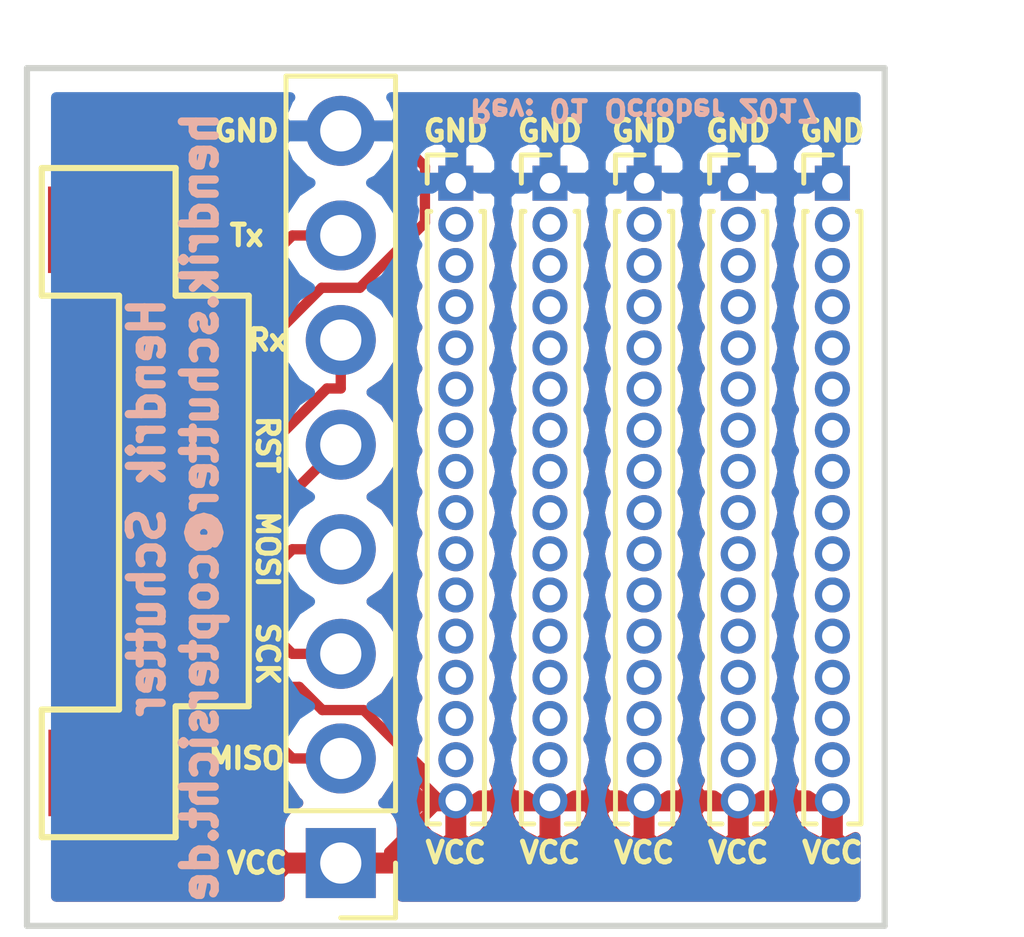
<source format=kicad_pcb>
(kicad_pcb (version 4) (host pcbnew 4.0.7)

  (general
    (links 18)
    (no_connects 0)
    (area 131.783 97.279 156.89362 120.389001)
    (thickness 1.6)
    (drawings 24)
    (tracks 56)
    (zones 0)
    (modules 7)
    (nets 81)
  )

  (page A4)
  (layers
    (0 F.Cu signal)
    (31 B.Cu signal)
    (32 B.Adhes user)
    (33 F.Adhes user)
    (34 B.Paste user)
    (35 F.Paste user)
    (36 B.SilkS user)
    (37 F.SilkS user)
    (38 B.Mask user)
    (39 F.Mask user)
    (40 Dwgs.User user)
    (41 Cmts.User user)
    (42 Eco1.User user)
    (43 Eco2.User user)
    (44 Edge.Cuts user)
    (45 Margin user)
    (46 B.CrtYd user)
    (47 F.CrtYd user)
    (48 B.Fab user)
    (49 F.Fab user)
  )

  (setup
    (last_trace_width 0.25)
    (trace_clearance 0.2)
    (zone_clearance 0.508)
    (zone_45_only no)
    (trace_min 0.2)
    (segment_width 0.2)
    (edge_width 0.15)
    (via_size 0.6)
    (via_drill 0.4)
    (via_min_size 0.4)
    (via_min_drill 0.3)
    (uvia_size 0.3)
    (uvia_drill 0.1)
    (uvias_allowed no)
    (uvia_min_size 0.2)
    (uvia_min_drill 0.1)
    (pcb_text_width 0.3)
    (pcb_text_size 1.5 1.5)
    (mod_edge_width 0.15)
    (mod_text_size 1 1)
    (mod_text_width 0.15)
    (pad_size 1.524 1.524)
    (pad_drill 0.762)
    (pad_to_mask_clearance 0.2)
    (aux_axis_origin 0 0)
    (visible_elements FFFFFF7F)
    (pcbplotparams
      (layerselection 0x010fc_80000001)
      (usegerberextensions false)
      (excludeedgelayer true)
      (linewidth 0.100000)
      (plotframeref false)
      (viasonmask false)
      (mode 1)
      (useauxorigin false)
      (hpglpennumber 1)
      (hpglpenspeed 20)
      (hpglpendiameter 15)
      (hpglpenoverlay 2)
      (psnegative false)
      (psa4output false)
      (plotreference true)
      (plotvalue true)
      (plotinvisibletext false)
      (padsonsilk false)
      (subtractmaskfromsilk false)
      (outputformat 1)
      (mirror false)
      (drillshape 0)
      (scaleselection 1)
      (outputdirectory Gerber/))
  )

  (net 0 "")
  (net 1 "Net-(J1-Pad1)")
  (net 2 "Net-(J1-Pad2)")
  (net 3 GND)
  (net 4 Tx)
  (net 5 Rx)
  (net 6 RST)
  (net 7 MOSI)
  (net 8 SCK)
  (net 9 MISO)
  (net 10 VCC)
  (net 11 "Net-(J3-Pad2)")
  (net 12 "Net-(J3-Pad3)")
  (net 13 "Net-(J3-Pad4)")
  (net 14 "Net-(J3-Pad5)")
  (net 15 "Net-(J3-Pad6)")
  (net 16 "Net-(J3-Pad7)")
  (net 17 "Net-(J3-Pad8)")
  (net 18 "Net-(J3-Pad9)")
  (net 19 "Net-(J3-Pad10)")
  (net 20 "Net-(J3-Pad11)")
  (net 21 "Net-(J3-Pad12)")
  (net 22 "Net-(J3-Pad13)")
  (net 23 "Net-(J3-Pad14)")
  (net 24 "Net-(J3-Pad15)")
  (net 25 "Net-(J4-Pad2)")
  (net 26 "Net-(J4-Pad3)")
  (net 27 "Net-(J4-Pad4)")
  (net 28 "Net-(J4-Pad5)")
  (net 29 "Net-(J4-Pad6)")
  (net 30 "Net-(J4-Pad7)")
  (net 31 "Net-(J4-Pad8)")
  (net 32 "Net-(J4-Pad9)")
  (net 33 "Net-(J4-Pad10)")
  (net 34 "Net-(J4-Pad11)")
  (net 35 "Net-(J4-Pad12)")
  (net 36 "Net-(J4-Pad13)")
  (net 37 "Net-(J4-Pad14)")
  (net 38 "Net-(J4-Pad15)")
  (net 39 "Net-(J5-Pad2)")
  (net 40 "Net-(J5-Pad3)")
  (net 41 "Net-(J5-Pad4)")
  (net 42 "Net-(J5-Pad5)")
  (net 43 "Net-(J5-Pad6)")
  (net 44 "Net-(J5-Pad7)")
  (net 45 "Net-(J5-Pad8)")
  (net 46 "Net-(J5-Pad9)")
  (net 47 "Net-(J5-Pad10)")
  (net 48 "Net-(J5-Pad11)")
  (net 49 "Net-(J5-Pad12)")
  (net 50 "Net-(J5-Pad13)")
  (net 51 "Net-(J5-Pad14)")
  (net 52 "Net-(J5-Pad15)")
  (net 53 "Net-(J6-Pad2)")
  (net 54 "Net-(J6-Pad3)")
  (net 55 "Net-(J6-Pad4)")
  (net 56 "Net-(J6-Pad5)")
  (net 57 "Net-(J6-Pad6)")
  (net 58 "Net-(J6-Pad7)")
  (net 59 "Net-(J6-Pad8)")
  (net 60 "Net-(J6-Pad9)")
  (net 61 "Net-(J6-Pad10)")
  (net 62 "Net-(J6-Pad11)")
  (net 63 "Net-(J6-Pad12)")
  (net 64 "Net-(J6-Pad13)")
  (net 65 "Net-(J6-Pad14)")
  (net 66 "Net-(J6-Pad15)")
  (net 67 "Net-(J7-Pad2)")
  (net 68 "Net-(J7-Pad3)")
  (net 69 "Net-(J7-Pad4)")
  (net 70 "Net-(J7-Pad5)")
  (net 71 "Net-(J7-Pad6)")
  (net 72 "Net-(J7-Pad7)")
  (net 73 "Net-(J7-Pad8)")
  (net 74 "Net-(J7-Pad9)")
  (net 75 "Net-(J7-Pad10)")
  (net 76 "Net-(J7-Pad11)")
  (net 77 "Net-(J7-Pad12)")
  (net 78 "Net-(J7-Pad13)")
  (net 79 "Net-(J7-Pad14)")
  (net 80 "Net-(J7-Pad15)")

  (net_class Default "This is the default net class."
    (clearance 0.2)
    (trace_width 0.25)
    (via_dia 0.6)
    (via_drill 0.4)
    (uvia_dia 0.3)
    (uvia_drill 0.1)
    (add_net GND)
    (add_net MISO)
    (add_net MOSI)
    (add_net "Net-(J1-Pad1)")
    (add_net "Net-(J1-Pad2)")
    (add_net "Net-(J3-Pad10)")
    (add_net "Net-(J3-Pad11)")
    (add_net "Net-(J3-Pad12)")
    (add_net "Net-(J3-Pad13)")
    (add_net "Net-(J3-Pad14)")
    (add_net "Net-(J3-Pad15)")
    (add_net "Net-(J3-Pad2)")
    (add_net "Net-(J3-Pad3)")
    (add_net "Net-(J3-Pad4)")
    (add_net "Net-(J3-Pad5)")
    (add_net "Net-(J3-Pad6)")
    (add_net "Net-(J3-Pad7)")
    (add_net "Net-(J3-Pad8)")
    (add_net "Net-(J3-Pad9)")
    (add_net "Net-(J4-Pad10)")
    (add_net "Net-(J4-Pad11)")
    (add_net "Net-(J4-Pad12)")
    (add_net "Net-(J4-Pad13)")
    (add_net "Net-(J4-Pad14)")
    (add_net "Net-(J4-Pad15)")
    (add_net "Net-(J4-Pad2)")
    (add_net "Net-(J4-Pad3)")
    (add_net "Net-(J4-Pad4)")
    (add_net "Net-(J4-Pad5)")
    (add_net "Net-(J4-Pad6)")
    (add_net "Net-(J4-Pad7)")
    (add_net "Net-(J4-Pad8)")
    (add_net "Net-(J4-Pad9)")
    (add_net "Net-(J5-Pad10)")
    (add_net "Net-(J5-Pad11)")
    (add_net "Net-(J5-Pad12)")
    (add_net "Net-(J5-Pad13)")
    (add_net "Net-(J5-Pad14)")
    (add_net "Net-(J5-Pad15)")
    (add_net "Net-(J5-Pad2)")
    (add_net "Net-(J5-Pad3)")
    (add_net "Net-(J5-Pad4)")
    (add_net "Net-(J5-Pad5)")
    (add_net "Net-(J5-Pad6)")
    (add_net "Net-(J5-Pad7)")
    (add_net "Net-(J5-Pad8)")
    (add_net "Net-(J5-Pad9)")
    (add_net "Net-(J6-Pad10)")
    (add_net "Net-(J6-Pad11)")
    (add_net "Net-(J6-Pad12)")
    (add_net "Net-(J6-Pad13)")
    (add_net "Net-(J6-Pad14)")
    (add_net "Net-(J6-Pad15)")
    (add_net "Net-(J6-Pad2)")
    (add_net "Net-(J6-Pad3)")
    (add_net "Net-(J6-Pad4)")
    (add_net "Net-(J6-Pad5)")
    (add_net "Net-(J6-Pad6)")
    (add_net "Net-(J6-Pad7)")
    (add_net "Net-(J6-Pad8)")
    (add_net "Net-(J6-Pad9)")
    (add_net "Net-(J7-Pad10)")
    (add_net "Net-(J7-Pad11)")
    (add_net "Net-(J7-Pad12)")
    (add_net "Net-(J7-Pad13)")
    (add_net "Net-(J7-Pad14)")
    (add_net "Net-(J7-Pad15)")
    (add_net "Net-(J7-Pad2)")
    (add_net "Net-(J7-Pad3)")
    (add_net "Net-(J7-Pad4)")
    (add_net "Net-(J7-Pad5)")
    (add_net "Net-(J7-Pad6)")
    (add_net "Net-(J7-Pad7)")
    (add_net "Net-(J7-Pad8)")
    (add_net "Net-(J7-Pad9)")
    (add_net RST)
    (add_net Rx)
    (add_net SCK)
    (add_net Tx)
    (add_net VCC)
  )

  (module fpc:fpc-10-1.0mm (layer F.Cu) (tedit 59F31895) (tstamp 59F315E5)
    (at 136.398 116.586 270)
    (path /59F31402)
    (fp_text reference "" (at -15.748 1.016 270) (layer F.SilkS)
      (effects (font (size 1.2 1.2) (thickness 0.15)))
    )
    (fp_text value FPC (at -7 3.5 270) (layer F.Fab)
      (effects (font (size 1.2 1.2) (thickness 0.15)))
    )
    (fp_line (start -12 -1.575) (end -2.1 -1.575) (layer F.SilkS) (width 0.15))
    (fp_line (start -12 1.575) (end -1.95 1.575) (layer F.SilkS) (width 0.15))
    (fp_line (start -12 1.575) (end -12 3.45) (layer F.SilkS) (width 0.15))
    (fp_line (start -1.95 1.575) (end -1.95 3.45) (layer F.SilkS) (width 0.15))
    (fp_line (start -12 3.45) (end -15.1 3.45) (layer F.SilkS) (width 0.15))
    (fp_line (start -1.95 3.45) (end 1.15 3.45) (layer F.SilkS) (width 0.15))
    (fp_line (start -15.1 3.45) (end -15.1 0.2) (layer F.SilkS) (width 0.15))
    (fp_line (start 1.15 3.45) (end 1.15 0.2) (layer F.SilkS) (width 0.15))
    (fp_line (start -15.1 0.2) (end -12 0.2) (layer F.SilkS) (width 0.15))
    (fp_line (start 1.15 0.2) (end -1.98 0.2) (layer F.SilkS) (width 0.15))
    (fp_line (start -12 0.2) (end -12 -1.575) (layer F.SilkS) (width 0.15))
    (fp_line (start -2.03 0.2) (end -2.03 -1.575) (layer F.SilkS) (width 0.15))
    (pad 1 smd rect (at -11.5 0 270) (size 0.7 2.7) (layers F.Cu F.Paste F.Mask)
      (net 1 "Net-(J1-Pad1)"))
    (pad 2 smd rect (at -10.5 0 270) (size 0.7 2.7) (layers F.Cu F.Paste F.Mask)
      (net 2 "Net-(J1-Pad2)"))
    (pad 3 smd rect (at -9.5 0 270) (size 0.7 2.7) (layers F.Cu F.Paste F.Mask)
      (net 3 GND))
    (pad 4 smd rect (at -8.5 0 270) (size 0.7 2.7) (layers F.Cu F.Paste F.Mask)
      (net 4 Tx))
    (pad 5 smd rect (at -7.5 0 270) (size 0.7 2.7) (layers F.Cu F.Paste F.Mask)
      (net 5 Rx))
    (pad 6 smd rect (at -6.5 0 270) (size 0.7 2.7) (layers F.Cu F.Paste F.Mask)
      (net 6 RST))
    (pad 7 smd rect (at -5.5 0 270) (size 0.7 2.7) (layers F.Cu F.Paste F.Mask)
      (net 7 MOSI))
    (pad 8 smd rect (at -4.5 0 270) (size 0.7 2.7) (layers F.Cu F.Paste F.Mask)
      (net 8 SCK))
    (pad 9 smd rect (at -3.5 0 270) (size 0.7 2.7) (layers F.Cu F.Paste F.Mask)
      (net 9 MISO))
    (pad 10 smd rect (at -2.5 0 270) (size 0.7 2.7) (layers F.Cu F.Paste F.Mask)
      (net 10 VCC))
    (pad 0 smd rect (at -13.6 1.9 270) (size 2.1 2.8) (layers F.Cu F.Paste F.Mask))
    (pad 0 smd rect (at -0.41 1.89 270) (size 2.1 2.8) (layers F.Cu F.Paste F.Mask))
  )

  (module Pin_Headers:Pin_Header_Straight_1x08_Pitch2.54mm (layer F.Cu) (tedit 59F3189F) (tstamp 59F315F1)
    (at 140.208 118.364 180)
    (descr "Through hole straight pin header, 1x08, 2.54mm pitch, single row")
    (tags "Through hole pin header THT 1x08 2.54mm single row")
    (path /59F313A5)
    (fp_text reference "" (at -2.032 -0.508 180) (layer F.SilkS)
      (effects (font (size 1 1) (thickness 0.15)))
    )
    (fp_text value 1to1 (at 0 20.11 180) (layer F.Fab)
      (effects (font (size 1 1) (thickness 0.15)))
    )
    (fp_line (start -0.635 -1.27) (end 1.27 -1.27) (layer F.Fab) (width 0.1))
    (fp_line (start 1.27 -1.27) (end 1.27 19.05) (layer F.Fab) (width 0.1))
    (fp_line (start 1.27 19.05) (end -1.27 19.05) (layer F.Fab) (width 0.1))
    (fp_line (start -1.27 19.05) (end -1.27 -0.635) (layer F.Fab) (width 0.1))
    (fp_line (start -1.27 -0.635) (end -0.635 -1.27) (layer F.Fab) (width 0.1))
    (fp_line (start -1.33 19.11) (end 1.33 19.11) (layer F.SilkS) (width 0.12))
    (fp_line (start -1.33 1.27) (end -1.33 19.11) (layer F.SilkS) (width 0.12))
    (fp_line (start 1.33 1.27) (end 1.33 19.11) (layer F.SilkS) (width 0.12))
    (fp_line (start -1.33 1.27) (end 1.33 1.27) (layer F.SilkS) (width 0.12))
    (fp_line (start -1.33 0) (end -1.33 -1.33) (layer F.SilkS) (width 0.12))
    (fp_line (start -1.33 -1.33) (end 0 -1.33) (layer F.SilkS) (width 0.12))
    (fp_line (start -1.8 -1.8) (end -1.8 19.55) (layer F.CrtYd) (width 0.05))
    (fp_line (start -1.8 19.55) (end 1.8 19.55) (layer F.CrtYd) (width 0.05))
    (fp_line (start 1.8 19.55) (end 1.8 -1.8) (layer F.CrtYd) (width 0.05))
    (fp_line (start 1.8 -1.8) (end -1.8 -1.8) (layer F.CrtYd) (width 0.05))
    (fp_text user %R (at 0 8.89 270) (layer F.Fab)
      (effects (font (size 1 1) (thickness 0.15)))
    )
    (pad 1 thru_hole rect (at 0 0 180) (size 1.7 1.7) (drill 1) (layers *.Cu *.Mask)
      (net 10 VCC))
    (pad 2 thru_hole oval (at 0 2.54 180) (size 1.7 1.7) (drill 1) (layers *.Cu *.Mask)
      (net 9 MISO))
    (pad 3 thru_hole oval (at 0 5.08 180) (size 1.7 1.7) (drill 1) (layers *.Cu *.Mask)
      (net 8 SCK))
    (pad 4 thru_hole oval (at 0 7.62 180) (size 1.7 1.7) (drill 1) (layers *.Cu *.Mask)
      (net 7 MOSI))
    (pad 5 thru_hole oval (at 0 10.16 180) (size 1.7 1.7) (drill 1) (layers *.Cu *.Mask)
      (net 6 RST))
    (pad 6 thru_hole oval (at 0 12.7 180) (size 1.7 1.7) (drill 1) (layers *.Cu *.Mask)
      (net 5 Rx))
    (pad 7 thru_hole oval (at 0 15.24 180) (size 1.7 1.7) (drill 1) (layers *.Cu *.Mask)
      (net 4 Tx))
    (pad 8 thru_hole oval (at 0 17.78 180) (size 1.7 1.7) (drill 1) (layers *.Cu *.Mask)
      (net 3 GND))
    (model ${KISYS3DMOD}/Pin_Headers.3dshapes/Pin_Header_Straight_1x08_Pitch2.54mm.wrl
      (at (xyz 0 0 0))
      (scale (xyz 1 1 1))
      (rotate (xyz 0 0 0))
    )
  )

  (module Pin_Headers:Pin_Header_Straight_1x16_Pitch1.00mm (layer F.Cu) (tedit 59F318BE) (tstamp 59F31605)
    (at 143.002 101.854)
    (descr "Through hole straight pin header, 1x16, 1.00mm pitch, single row")
    (tags "Through hole pin header THT 1x16 1.00mm single row")
    (path /59F314D3)
    (fp_text reference "" (at 0 -1.56) (layer F.SilkS)
      (effects (font (size 1 1) (thickness 0.15)))
    )
    (fp_text value Conn_01x16 (at 0 16.56) (layer F.Fab)
      (effects (font (size 1 1) (thickness 0.15)))
    )
    (fp_line (start -0.3175 -0.5) (end 0.635 -0.5) (layer F.Fab) (width 0.1))
    (fp_line (start 0.635 -0.5) (end 0.635 15.5) (layer F.Fab) (width 0.1))
    (fp_line (start 0.635 15.5) (end -0.635 15.5) (layer F.Fab) (width 0.1))
    (fp_line (start -0.635 15.5) (end -0.635 -0.1825) (layer F.Fab) (width 0.1))
    (fp_line (start -0.635 -0.1825) (end -0.3175 -0.5) (layer F.Fab) (width 0.1))
    (fp_line (start -0.695 15.56) (end -0.394493 15.56) (layer F.SilkS) (width 0.12))
    (fp_line (start 0.394493 15.56) (end 0.695 15.56) (layer F.SilkS) (width 0.12))
    (fp_line (start -0.695 0.685) (end -0.695 15.56) (layer F.SilkS) (width 0.12))
    (fp_line (start 0.695 0.685) (end 0.695 15.56) (layer F.SilkS) (width 0.12))
    (fp_line (start -0.695 0.685) (end -0.608276 0.685) (layer F.SilkS) (width 0.12))
    (fp_line (start 0.608276 0.685) (end 0.695 0.685) (layer F.SilkS) (width 0.12))
    (fp_line (start -0.695 0) (end -0.695 -0.685) (layer F.SilkS) (width 0.12))
    (fp_line (start -0.695 -0.685) (end 0 -0.685) (layer F.SilkS) (width 0.12))
    (fp_line (start -1.15 -1) (end -1.15 16) (layer F.CrtYd) (width 0.05))
    (fp_line (start -1.15 16) (end 1.15 16) (layer F.CrtYd) (width 0.05))
    (fp_line (start 1.15 16) (end 1.15 -1) (layer F.CrtYd) (width 0.05))
    (fp_line (start 1.15 -1) (end -1.15 -1) (layer F.CrtYd) (width 0.05))
    (fp_text user %R (at 0 7.5 90) (layer F.Fab)
      (effects (font (size 0.76 0.76) (thickness 0.114)))
    )
    (pad 1 thru_hole rect (at 0 0) (size 0.85 0.85) (drill 0.5) (layers *.Cu *.Mask)
      (net 3 GND))
    (pad 2 thru_hole oval (at 0 1) (size 0.85 0.85) (drill 0.5) (layers *.Cu *.Mask)
      (net 11 "Net-(J3-Pad2)"))
    (pad 3 thru_hole oval (at 0 2) (size 0.85 0.85) (drill 0.5) (layers *.Cu *.Mask)
      (net 12 "Net-(J3-Pad3)"))
    (pad 4 thru_hole oval (at 0 3) (size 0.85 0.85) (drill 0.5) (layers *.Cu *.Mask)
      (net 13 "Net-(J3-Pad4)"))
    (pad 5 thru_hole oval (at 0 4) (size 0.85 0.85) (drill 0.5) (layers *.Cu *.Mask)
      (net 14 "Net-(J3-Pad5)"))
    (pad 6 thru_hole oval (at 0 5) (size 0.85 0.85) (drill 0.5) (layers *.Cu *.Mask)
      (net 15 "Net-(J3-Pad6)"))
    (pad 7 thru_hole oval (at 0 6) (size 0.85 0.85) (drill 0.5) (layers *.Cu *.Mask)
      (net 16 "Net-(J3-Pad7)"))
    (pad 8 thru_hole oval (at 0 7) (size 0.85 0.85) (drill 0.5) (layers *.Cu *.Mask)
      (net 17 "Net-(J3-Pad8)"))
    (pad 9 thru_hole oval (at 0 8) (size 0.85 0.85) (drill 0.5) (layers *.Cu *.Mask)
      (net 18 "Net-(J3-Pad9)"))
    (pad 10 thru_hole oval (at 0 9) (size 0.85 0.85) (drill 0.5) (layers *.Cu *.Mask)
      (net 19 "Net-(J3-Pad10)"))
    (pad 11 thru_hole oval (at 0 10) (size 0.85 0.85) (drill 0.5) (layers *.Cu *.Mask)
      (net 20 "Net-(J3-Pad11)"))
    (pad 12 thru_hole oval (at 0 11) (size 0.85 0.85) (drill 0.5) (layers *.Cu *.Mask)
      (net 21 "Net-(J3-Pad12)"))
    (pad 13 thru_hole oval (at 0 12) (size 0.85 0.85) (drill 0.5) (layers *.Cu *.Mask)
      (net 22 "Net-(J3-Pad13)"))
    (pad 14 thru_hole oval (at 0 13) (size 0.85 0.85) (drill 0.5) (layers *.Cu *.Mask)
      (net 23 "Net-(J3-Pad14)"))
    (pad 15 thru_hole oval (at 0 14) (size 0.85 0.85) (drill 0.5) (layers *.Cu *.Mask)
      (net 24 "Net-(J3-Pad15)"))
    (pad 16 thru_hole oval (at 0 15) (size 0.85 0.85) (drill 0.5) (layers *.Cu *.Mask)
      (net 10 VCC))
    (model ${KISYS3DMOD}/Pin_Headers.3dshapes/Pin_Header_Straight_1x16_Pitch1.00mm.wrl
      (at (xyz 0 0 0))
      (scale (xyz 1 1 1))
      (rotate (xyz 0 0 0))
    )
  )

  (module Pin_Headers:Pin_Header_Straight_1x16_Pitch1.00mm (layer F.Cu) (tedit 59F318B0) (tstamp 59F31619)
    (at 149.86 101.854)
    (descr "Through hole straight pin header, 1x16, 1.00mm pitch, single row")
    (tags "Through hole pin header THT 1x16 1.00mm single row")
    (path /59F316A4)
    (fp_text reference "" (at 0 -1.56) (layer F.SilkS)
      (effects (font (size 1 1) (thickness 0.15)))
    )
    (fp_text value Conn_01x16 (at 0 16.56) (layer F.Fab)
      (effects (font (size 1 1) (thickness 0.15)))
    )
    (fp_line (start -0.3175 -0.5) (end 0.635 -0.5) (layer F.Fab) (width 0.1))
    (fp_line (start 0.635 -0.5) (end 0.635 15.5) (layer F.Fab) (width 0.1))
    (fp_line (start 0.635 15.5) (end -0.635 15.5) (layer F.Fab) (width 0.1))
    (fp_line (start -0.635 15.5) (end -0.635 -0.1825) (layer F.Fab) (width 0.1))
    (fp_line (start -0.635 -0.1825) (end -0.3175 -0.5) (layer F.Fab) (width 0.1))
    (fp_line (start -0.695 15.56) (end -0.394493 15.56) (layer F.SilkS) (width 0.12))
    (fp_line (start 0.394493 15.56) (end 0.695 15.56) (layer F.SilkS) (width 0.12))
    (fp_line (start -0.695 0.685) (end -0.695 15.56) (layer F.SilkS) (width 0.12))
    (fp_line (start 0.695 0.685) (end 0.695 15.56) (layer F.SilkS) (width 0.12))
    (fp_line (start -0.695 0.685) (end -0.608276 0.685) (layer F.SilkS) (width 0.12))
    (fp_line (start 0.608276 0.685) (end 0.695 0.685) (layer F.SilkS) (width 0.12))
    (fp_line (start -0.695 0) (end -0.695 -0.685) (layer F.SilkS) (width 0.12))
    (fp_line (start -0.695 -0.685) (end 0 -0.685) (layer F.SilkS) (width 0.12))
    (fp_line (start -1.15 -1) (end -1.15 16) (layer F.CrtYd) (width 0.05))
    (fp_line (start -1.15 16) (end 1.15 16) (layer F.CrtYd) (width 0.05))
    (fp_line (start 1.15 16) (end 1.15 -1) (layer F.CrtYd) (width 0.05))
    (fp_line (start 1.15 -1) (end -1.15 -1) (layer F.CrtYd) (width 0.05))
    (fp_text user %R (at 0 7.5 90) (layer F.Fab)
      (effects (font (size 0.76 0.76) (thickness 0.114)))
    )
    (pad 1 thru_hole rect (at 0 0) (size 0.85 0.85) (drill 0.5) (layers *.Cu *.Mask)
      (net 3 GND))
    (pad 2 thru_hole oval (at 0 1) (size 0.85 0.85) (drill 0.5) (layers *.Cu *.Mask)
      (net 25 "Net-(J4-Pad2)"))
    (pad 3 thru_hole oval (at 0 2) (size 0.85 0.85) (drill 0.5) (layers *.Cu *.Mask)
      (net 26 "Net-(J4-Pad3)"))
    (pad 4 thru_hole oval (at 0 3) (size 0.85 0.85) (drill 0.5) (layers *.Cu *.Mask)
      (net 27 "Net-(J4-Pad4)"))
    (pad 5 thru_hole oval (at 0 4) (size 0.85 0.85) (drill 0.5) (layers *.Cu *.Mask)
      (net 28 "Net-(J4-Pad5)"))
    (pad 6 thru_hole oval (at 0 5) (size 0.85 0.85) (drill 0.5) (layers *.Cu *.Mask)
      (net 29 "Net-(J4-Pad6)"))
    (pad 7 thru_hole oval (at 0 6) (size 0.85 0.85) (drill 0.5) (layers *.Cu *.Mask)
      (net 30 "Net-(J4-Pad7)"))
    (pad 8 thru_hole oval (at 0 7) (size 0.85 0.85) (drill 0.5) (layers *.Cu *.Mask)
      (net 31 "Net-(J4-Pad8)"))
    (pad 9 thru_hole oval (at 0 8) (size 0.85 0.85) (drill 0.5) (layers *.Cu *.Mask)
      (net 32 "Net-(J4-Pad9)"))
    (pad 10 thru_hole oval (at 0 9) (size 0.85 0.85) (drill 0.5) (layers *.Cu *.Mask)
      (net 33 "Net-(J4-Pad10)"))
    (pad 11 thru_hole oval (at 0 10) (size 0.85 0.85) (drill 0.5) (layers *.Cu *.Mask)
      (net 34 "Net-(J4-Pad11)"))
    (pad 12 thru_hole oval (at 0 11) (size 0.85 0.85) (drill 0.5) (layers *.Cu *.Mask)
      (net 35 "Net-(J4-Pad12)"))
    (pad 13 thru_hole oval (at 0 12) (size 0.85 0.85) (drill 0.5) (layers *.Cu *.Mask)
      (net 36 "Net-(J4-Pad13)"))
    (pad 14 thru_hole oval (at 0 13) (size 0.85 0.85) (drill 0.5) (layers *.Cu *.Mask)
      (net 37 "Net-(J4-Pad14)"))
    (pad 15 thru_hole oval (at 0 14) (size 0.85 0.85) (drill 0.5) (layers *.Cu *.Mask)
      (net 38 "Net-(J4-Pad15)"))
    (pad 16 thru_hole oval (at 0 15) (size 0.85 0.85) (drill 0.5) (layers *.Cu *.Mask)
      (net 10 VCC))
    (model ${KISYS3DMOD}/Pin_Headers.3dshapes/Pin_Header_Straight_1x16_Pitch1.00mm.wrl
      (at (xyz 0 0 0))
      (scale (xyz 1 1 1))
      (rotate (xyz 0 0 0))
    )
  )

  (module Pin_Headers:Pin_Header_Straight_1x16_Pitch1.00mm (layer F.Cu) (tedit 59F318B4) (tstamp 59F3162D)
    (at 152.146 101.854)
    (descr "Through hole straight pin header, 1x16, 1.00mm pitch, single row")
    (tags "Through hole pin header THT 1x16 1.00mm single row")
    (path /59F316D4)
    (fp_text reference "" (at 0 -1.56) (layer F.SilkS)
      (effects (font (size 1 1) (thickness 0.15)))
    )
    (fp_text value Conn_01x16 (at 0 16.56) (layer F.Fab)
      (effects (font (size 1 1) (thickness 0.15)))
    )
    (fp_line (start -0.3175 -0.5) (end 0.635 -0.5) (layer F.Fab) (width 0.1))
    (fp_line (start 0.635 -0.5) (end 0.635 15.5) (layer F.Fab) (width 0.1))
    (fp_line (start 0.635 15.5) (end -0.635 15.5) (layer F.Fab) (width 0.1))
    (fp_line (start -0.635 15.5) (end -0.635 -0.1825) (layer F.Fab) (width 0.1))
    (fp_line (start -0.635 -0.1825) (end -0.3175 -0.5) (layer F.Fab) (width 0.1))
    (fp_line (start -0.695 15.56) (end -0.394493 15.56) (layer F.SilkS) (width 0.12))
    (fp_line (start 0.394493 15.56) (end 0.695 15.56) (layer F.SilkS) (width 0.12))
    (fp_line (start -0.695 0.685) (end -0.695 15.56) (layer F.SilkS) (width 0.12))
    (fp_line (start 0.695 0.685) (end 0.695 15.56) (layer F.SilkS) (width 0.12))
    (fp_line (start -0.695 0.685) (end -0.608276 0.685) (layer F.SilkS) (width 0.12))
    (fp_line (start 0.608276 0.685) (end 0.695 0.685) (layer F.SilkS) (width 0.12))
    (fp_line (start -0.695 0) (end -0.695 -0.685) (layer F.SilkS) (width 0.12))
    (fp_line (start -0.695 -0.685) (end 0 -0.685) (layer F.SilkS) (width 0.12))
    (fp_line (start -1.15 -1) (end -1.15 16) (layer F.CrtYd) (width 0.05))
    (fp_line (start -1.15 16) (end 1.15 16) (layer F.CrtYd) (width 0.05))
    (fp_line (start 1.15 16) (end 1.15 -1) (layer F.CrtYd) (width 0.05))
    (fp_line (start 1.15 -1) (end -1.15 -1) (layer F.CrtYd) (width 0.05))
    (fp_text user %R (at 0 7.5 90) (layer F.Fab)
      (effects (font (size 0.76 0.76) (thickness 0.114)))
    )
    (pad 1 thru_hole rect (at 0 0) (size 0.85 0.85) (drill 0.5) (layers *.Cu *.Mask)
      (net 3 GND))
    (pad 2 thru_hole oval (at 0 1) (size 0.85 0.85) (drill 0.5) (layers *.Cu *.Mask)
      (net 39 "Net-(J5-Pad2)"))
    (pad 3 thru_hole oval (at 0 2) (size 0.85 0.85) (drill 0.5) (layers *.Cu *.Mask)
      (net 40 "Net-(J5-Pad3)"))
    (pad 4 thru_hole oval (at 0 3) (size 0.85 0.85) (drill 0.5) (layers *.Cu *.Mask)
      (net 41 "Net-(J5-Pad4)"))
    (pad 5 thru_hole oval (at 0 4) (size 0.85 0.85) (drill 0.5) (layers *.Cu *.Mask)
      (net 42 "Net-(J5-Pad5)"))
    (pad 6 thru_hole oval (at 0 5) (size 0.85 0.85) (drill 0.5) (layers *.Cu *.Mask)
      (net 43 "Net-(J5-Pad6)"))
    (pad 7 thru_hole oval (at 0 6) (size 0.85 0.85) (drill 0.5) (layers *.Cu *.Mask)
      (net 44 "Net-(J5-Pad7)"))
    (pad 8 thru_hole oval (at 0 7) (size 0.85 0.85) (drill 0.5) (layers *.Cu *.Mask)
      (net 45 "Net-(J5-Pad8)"))
    (pad 9 thru_hole oval (at 0 8) (size 0.85 0.85) (drill 0.5) (layers *.Cu *.Mask)
      (net 46 "Net-(J5-Pad9)"))
    (pad 10 thru_hole oval (at 0 9) (size 0.85 0.85) (drill 0.5) (layers *.Cu *.Mask)
      (net 47 "Net-(J5-Pad10)"))
    (pad 11 thru_hole oval (at 0 10) (size 0.85 0.85) (drill 0.5) (layers *.Cu *.Mask)
      (net 48 "Net-(J5-Pad11)"))
    (pad 12 thru_hole oval (at 0 11) (size 0.85 0.85) (drill 0.5) (layers *.Cu *.Mask)
      (net 49 "Net-(J5-Pad12)"))
    (pad 13 thru_hole oval (at 0 12) (size 0.85 0.85) (drill 0.5) (layers *.Cu *.Mask)
      (net 50 "Net-(J5-Pad13)"))
    (pad 14 thru_hole oval (at 0 13) (size 0.85 0.85) (drill 0.5) (layers *.Cu *.Mask)
      (net 51 "Net-(J5-Pad14)"))
    (pad 15 thru_hole oval (at 0 14) (size 0.85 0.85) (drill 0.5) (layers *.Cu *.Mask)
      (net 52 "Net-(J5-Pad15)"))
    (pad 16 thru_hole oval (at 0 15) (size 0.85 0.85) (drill 0.5) (layers *.Cu *.Mask)
      (net 10 VCC))
    (model ${KISYS3DMOD}/Pin_Headers.3dshapes/Pin_Header_Straight_1x16_Pitch1.00mm.wrl
      (at (xyz 0 0 0))
      (scale (xyz 1 1 1))
      (rotate (xyz 0 0 0))
    )
  )

  (module Pin_Headers:Pin_Header_Straight_1x16_Pitch1.00mm (layer F.Cu) (tedit 59F318AD) (tstamp 59F31641)
    (at 147.574 101.854)
    (descr "Through hole straight pin header, 1x16, 1.00mm pitch, single row")
    (tags "Through hole pin header THT 1x16 1.00mm single row")
    (path /59F31705)
    (fp_text reference "" (at 0 -1.56) (layer F.SilkS)
      (effects (font (size 1 1) (thickness 0.15)))
    )
    (fp_text value Conn_01x16 (at 0 16.56) (layer F.Fab)
      (effects (font (size 1 1) (thickness 0.15)))
    )
    (fp_line (start -0.3175 -0.5) (end 0.635 -0.5) (layer F.Fab) (width 0.1))
    (fp_line (start 0.635 -0.5) (end 0.635 15.5) (layer F.Fab) (width 0.1))
    (fp_line (start 0.635 15.5) (end -0.635 15.5) (layer F.Fab) (width 0.1))
    (fp_line (start -0.635 15.5) (end -0.635 -0.1825) (layer F.Fab) (width 0.1))
    (fp_line (start -0.635 -0.1825) (end -0.3175 -0.5) (layer F.Fab) (width 0.1))
    (fp_line (start -0.695 15.56) (end -0.394493 15.56) (layer F.SilkS) (width 0.12))
    (fp_line (start 0.394493 15.56) (end 0.695 15.56) (layer F.SilkS) (width 0.12))
    (fp_line (start -0.695 0.685) (end -0.695 15.56) (layer F.SilkS) (width 0.12))
    (fp_line (start 0.695 0.685) (end 0.695 15.56) (layer F.SilkS) (width 0.12))
    (fp_line (start -0.695 0.685) (end -0.608276 0.685) (layer F.SilkS) (width 0.12))
    (fp_line (start 0.608276 0.685) (end 0.695 0.685) (layer F.SilkS) (width 0.12))
    (fp_line (start -0.695 0) (end -0.695 -0.685) (layer F.SilkS) (width 0.12))
    (fp_line (start -0.695 -0.685) (end 0 -0.685) (layer F.SilkS) (width 0.12))
    (fp_line (start -1.15 -1) (end -1.15 16) (layer F.CrtYd) (width 0.05))
    (fp_line (start -1.15 16) (end 1.15 16) (layer F.CrtYd) (width 0.05))
    (fp_line (start 1.15 16) (end 1.15 -1) (layer F.CrtYd) (width 0.05))
    (fp_line (start 1.15 -1) (end -1.15 -1) (layer F.CrtYd) (width 0.05))
    (fp_text user %R (at 0 7.5 90) (layer F.Fab)
      (effects (font (size 0.76 0.76) (thickness 0.114)))
    )
    (pad 1 thru_hole rect (at 0 0) (size 0.85 0.85) (drill 0.5) (layers *.Cu *.Mask)
      (net 3 GND))
    (pad 2 thru_hole oval (at 0 1) (size 0.85 0.85) (drill 0.5) (layers *.Cu *.Mask)
      (net 53 "Net-(J6-Pad2)"))
    (pad 3 thru_hole oval (at 0 2) (size 0.85 0.85) (drill 0.5) (layers *.Cu *.Mask)
      (net 54 "Net-(J6-Pad3)"))
    (pad 4 thru_hole oval (at 0 3) (size 0.85 0.85) (drill 0.5) (layers *.Cu *.Mask)
      (net 55 "Net-(J6-Pad4)"))
    (pad 5 thru_hole oval (at 0 4) (size 0.85 0.85) (drill 0.5) (layers *.Cu *.Mask)
      (net 56 "Net-(J6-Pad5)"))
    (pad 6 thru_hole oval (at 0 5) (size 0.85 0.85) (drill 0.5) (layers *.Cu *.Mask)
      (net 57 "Net-(J6-Pad6)"))
    (pad 7 thru_hole oval (at 0 6) (size 0.85 0.85) (drill 0.5) (layers *.Cu *.Mask)
      (net 58 "Net-(J6-Pad7)"))
    (pad 8 thru_hole oval (at 0 7) (size 0.85 0.85) (drill 0.5) (layers *.Cu *.Mask)
      (net 59 "Net-(J6-Pad8)"))
    (pad 9 thru_hole oval (at 0 8) (size 0.85 0.85) (drill 0.5) (layers *.Cu *.Mask)
      (net 60 "Net-(J6-Pad9)"))
    (pad 10 thru_hole oval (at 0 9) (size 0.85 0.85) (drill 0.5) (layers *.Cu *.Mask)
      (net 61 "Net-(J6-Pad10)"))
    (pad 11 thru_hole oval (at 0 10) (size 0.85 0.85) (drill 0.5) (layers *.Cu *.Mask)
      (net 62 "Net-(J6-Pad11)"))
    (pad 12 thru_hole oval (at 0 11) (size 0.85 0.85) (drill 0.5) (layers *.Cu *.Mask)
      (net 63 "Net-(J6-Pad12)"))
    (pad 13 thru_hole oval (at 0 12) (size 0.85 0.85) (drill 0.5) (layers *.Cu *.Mask)
      (net 64 "Net-(J6-Pad13)"))
    (pad 14 thru_hole oval (at 0 13) (size 0.85 0.85) (drill 0.5) (layers *.Cu *.Mask)
      (net 65 "Net-(J6-Pad14)"))
    (pad 15 thru_hole oval (at 0 14) (size 0.85 0.85) (drill 0.5) (layers *.Cu *.Mask)
      (net 66 "Net-(J6-Pad15)"))
    (pad 16 thru_hole oval (at 0 15) (size 0.85 0.85) (drill 0.5) (layers *.Cu *.Mask)
      (net 10 VCC))
    (model ${KISYS3DMOD}/Pin_Headers.3dshapes/Pin_Header_Straight_1x16_Pitch1.00mm.wrl
      (at (xyz 0 0 0))
      (scale (xyz 1 1 1))
      (rotate (xyz 0 0 0))
    )
  )

  (module Pin_Headers:Pin_Header_Straight_1x16_Pitch1.00mm (layer F.Cu) (tedit 59F318AA) (tstamp 59F31655)
    (at 145.288 101.854)
    (descr "Through hole straight pin header, 1x16, 1.00mm pitch, single row")
    (tags "Through hole pin header THT 1x16 1.00mm single row")
    (path /59F31747)
    (fp_text reference "" (at 0 -1.56) (layer F.SilkS)
      (effects (font (size 1 1) (thickness 0.15)))
    )
    (fp_text value Conn_01x16 (at 0 16.56) (layer F.Fab)
      (effects (font (size 1 1) (thickness 0.15)))
    )
    (fp_line (start -0.3175 -0.5) (end 0.635 -0.5) (layer F.Fab) (width 0.1))
    (fp_line (start 0.635 -0.5) (end 0.635 15.5) (layer F.Fab) (width 0.1))
    (fp_line (start 0.635 15.5) (end -0.635 15.5) (layer F.Fab) (width 0.1))
    (fp_line (start -0.635 15.5) (end -0.635 -0.1825) (layer F.Fab) (width 0.1))
    (fp_line (start -0.635 -0.1825) (end -0.3175 -0.5) (layer F.Fab) (width 0.1))
    (fp_line (start -0.695 15.56) (end -0.394493 15.56) (layer F.SilkS) (width 0.12))
    (fp_line (start 0.394493 15.56) (end 0.695 15.56) (layer F.SilkS) (width 0.12))
    (fp_line (start -0.695 0.685) (end -0.695 15.56) (layer F.SilkS) (width 0.12))
    (fp_line (start 0.695 0.685) (end 0.695 15.56) (layer F.SilkS) (width 0.12))
    (fp_line (start -0.695 0.685) (end -0.608276 0.685) (layer F.SilkS) (width 0.12))
    (fp_line (start 0.608276 0.685) (end 0.695 0.685) (layer F.SilkS) (width 0.12))
    (fp_line (start -0.695 0) (end -0.695 -0.685) (layer F.SilkS) (width 0.12))
    (fp_line (start -0.695 -0.685) (end 0 -0.685) (layer F.SilkS) (width 0.12))
    (fp_line (start -1.15 -1) (end -1.15 16) (layer F.CrtYd) (width 0.05))
    (fp_line (start -1.15 16) (end 1.15 16) (layer F.CrtYd) (width 0.05))
    (fp_line (start 1.15 16) (end 1.15 -1) (layer F.CrtYd) (width 0.05))
    (fp_line (start 1.15 -1) (end -1.15 -1) (layer F.CrtYd) (width 0.05))
    (fp_text user %R (at 0 7.5 90) (layer F.Fab)
      (effects (font (size 0.76 0.76) (thickness 0.114)))
    )
    (pad 1 thru_hole rect (at 0 0) (size 0.85 0.85) (drill 0.5) (layers *.Cu *.Mask)
      (net 3 GND))
    (pad 2 thru_hole oval (at 0 1) (size 0.85 0.85) (drill 0.5) (layers *.Cu *.Mask)
      (net 67 "Net-(J7-Pad2)"))
    (pad 3 thru_hole oval (at 0 2) (size 0.85 0.85) (drill 0.5) (layers *.Cu *.Mask)
      (net 68 "Net-(J7-Pad3)"))
    (pad 4 thru_hole oval (at 0 3) (size 0.85 0.85) (drill 0.5) (layers *.Cu *.Mask)
      (net 69 "Net-(J7-Pad4)"))
    (pad 5 thru_hole oval (at 0 4) (size 0.85 0.85) (drill 0.5) (layers *.Cu *.Mask)
      (net 70 "Net-(J7-Pad5)"))
    (pad 6 thru_hole oval (at 0 5) (size 0.85 0.85) (drill 0.5) (layers *.Cu *.Mask)
      (net 71 "Net-(J7-Pad6)"))
    (pad 7 thru_hole oval (at 0 6) (size 0.85 0.85) (drill 0.5) (layers *.Cu *.Mask)
      (net 72 "Net-(J7-Pad7)"))
    (pad 8 thru_hole oval (at 0 7) (size 0.85 0.85) (drill 0.5) (layers *.Cu *.Mask)
      (net 73 "Net-(J7-Pad8)"))
    (pad 9 thru_hole oval (at 0 8) (size 0.85 0.85) (drill 0.5) (layers *.Cu *.Mask)
      (net 74 "Net-(J7-Pad9)"))
    (pad 10 thru_hole oval (at 0 9) (size 0.85 0.85) (drill 0.5) (layers *.Cu *.Mask)
      (net 75 "Net-(J7-Pad10)"))
    (pad 11 thru_hole oval (at 0 10) (size 0.85 0.85) (drill 0.5) (layers *.Cu *.Mask)
      (net 76 "Net-(J7-Pad11)"))
    (pad 12 thru_hole oval (at 0 11) (size 0.85 0.85) (drill 0.5) (layers *.Cu *.Mask)
      (net 77 "Net-(J7-Pad12)"))
    (pad 13 thru_hole oval (at 0 12) (size 0.85 0.85) (drill 0.5) (layers *.Cu *.Mask)
      (net 78 "Net-(J7-Pad13)"))
    (pad 14 thru_hole oval (at 0 13) (size 0.85 0.85) (drill 0.5) (layers *.Cu *.Mask)
      (net 79 "Net-(J7-Pad14)"))
    (pad 15 thru_hole oval (at 0 14) (size 0.85 0.85) (drill 0.5) (layers *.Cu *.Mask)
      (net 80 "Net-(J7-Pad15)"))
    (pad 16 thru_hole oval (at 0 15) (size 0.85 0.85) (drill 0.5) (layers *.Cu *.Mask)
      (net 10 VCC))
    (model ${KISYS3DMOD}/Pin_Headers.3dshapes/Pin_Header_Straight_1x16_Pitch1.00mm.wrl
      (at (xyz 0 0 0))
      (scale (xyz 1 1 1))
      (rotate (xyz 0 0 0))
    )
  )

  (gr_text "Rev: 01 October 2017" (at 147.574 100.076 180) (layer B.SilkS)
    (effects (font (size 0.5 0.5) (thickness 0.125)) (justify mirror))
  )
  (gr_text "Hendrik Schutter\nhendrik.schutter@coptersicht.de" (at 136.144 109.728 90) (layer B.SilkS)
    (effects (font (size 0.8 0.8) (thickness 0.2)) (justify mirror))
  )
  (gr_text VCC (at 152.146 118.11) (layer F.SilkS)
    (effects (font (size 0.5 0.5) (thickness 0.125)))
  )
  (gr_text VCC (at 149.86 118.11) (layer F.SilkS)
    (effects (font (size 0.5 0.5) (thickness 0.125)))
  )
  (gr_text VCC (at 147.574 118.11) (layer F.SilkS)
    (effects (font (size 0.5 0.5) (thickness 0.125)))
  )
  (gr_text VCC (at 145.288 118.11) (layer F.SilkS)
    (effects (font (size 0.5 0.5) (thickness 0.125)))
  )
  (gr_text VCC (at 143.002 118.11) (layer F.SilkS)
    (effects (font (size 0.5 0.5) (thickness 0.125)))
  )
  (gr_text GND (at 152.146 100.584) (layer F.SilkS)
    (effects (font (size 0.5 0.5) (thickness 0.125)))
  )
  (gr_text GND (at 149.86 100.584) (layer F.SilkS)
    (effects (font (size 0.5 0.5) (thickness 0.125)))
  )
  (gr_text GND (at 147.574 100.584) (layer F.SilkS)
    (effects (font (size 0.5 0.5) (thickness 0.125)))
  )
  (gr_text GND (at 145.288 100.584) (layer F.SilkS)
    (effects (font (size 0.5 0.5) (thickness 0.125)))
  )
  (gr_text GND (at 143.002 100.584) (layer F.SilkS)
    (effects (font (size 0.5 0.5) (thickness 0.125)))
  )
  (gr_text VCC (at 138.176 118.364) (layer F.SilkS)
    (effects (font (size 0.5 0.5) (thickness 0.125)))
  )
  (gr_text MISO (at 137.922 115.824) (layer F.SilkS)
    (effects (font (size 0.5 0.5) (thickness 0.125)))
  )
  (gr_text SCK (at 138.43 113.284 270) (layer F.SilkS)
    (effects (font (size 0.5 0.5) (thickness 0.125)))
  )
  (gr_text MOSI (at 138.43 110.744 270) (layer F.SilkS)
    (effects (font (size 0.5 0.5) (thickness 0.125)))
  )
  (gr_text RST (at 138.43 108.204 270) (layer F.SilkS)
    (effects (font (size 0.5 0.5) (thickness 0.125)))
  )
  (gr_text Rx (at 138.43 105.664) (layer F.SilkS)
    (effects (font (size 0.5 0.5) (thickness 0.125)))
  )
  (gr_text Tx (at 137.922 103.124) (layer F.SilkS)
    (effects (font (size 0.5 0.5) (thickness 0.125)))
  )
  (gr_text GND (at 137.922 100.584) (layer F.SilkS)
    (effects (font (size 0.5 0.5) (thickness 0.125)))
  )
  (gr_line (start 132.588 119.888) (end 132.588 99.06) (angle 90) (layer Edge.Cuts) (width 0.15))
  (gr_line (start 153.416 119.888) (end 132.588 119.888) (angle 90) (layer Edge.Cuts) (width 0.15))
  (gr_line (start 153.416 99.06) (end 153.416 119.888) (angle 90) (layer Edge.Cuts) (width 0.15))
  (gr_line (start 132.588 99.06) (end 153.416 99.06) (angle 90) (layer Edge.Cuts) (width 0.15))

  (segment (start 147.574 101.854) (end 149.86 101.854) (width 0.25) (layer F.Cu) (net 3))
  (segment (start 152.146 101.854) (end 149.86 101.854) (width 0.25) (layer F.Cu) (net 3))
  (segment (start 147.574 101.854) (end 145.288 101.854) (width 0.25) (layer F.Cu) (net 3))
  (segment (start 145.288 101.854) (end 143.002 101.854) (width 0.25) (layer F.Cu) (net 3))
  (segment (start 142.2517 101.4524) (end 141.3833 100.584) (width 0.25) (layer F.Cu) (net 3))
  (segment (start 142.2517 101.854) (end 142.2517 101.4524) (width 0.25) (layer F.Cu) (net 3))
  (segment (start 140.208 100.584) (end 141.3833 100.584) (width 0.25) (layer F.Cu) (net 3))
  (segment (start 143.002 101.854) (end 142.3643 101.854) (width 0.25) (layer F.Cu) (net 3))
  (segment (start 142.3643 101.854) (end 142.2517 101.854) (width 0.25) (layer F.Cu) (net 3))
  (segment (start 138.0733 106.0635) (end 138.0733 107.086) (width 0.25) (layer F.Cu) (net 3))
  (segment (start 139.7428 104.394) (end 138.0733 106.0635) (width 0.25) (layer F.Cu) (net 3))
  (segment (start 140.6703 104.394) (end 139.7428 104.394) (width 0.25) (layer F.Cu) (net 3))
  (segment (start 142.2517 102.8126) (end 140.6703 104.394) (width 0.25) (layer F.Cu) (net 3))
  (segment (start 142.2517 101.854) (end 142.2517 102.8126) (width 0.25) (layer F.Cu) (net 3))
  (segment (start 136.398 107.086) (end 138.0733 107.086) (width 0.25) (layer F.Cu) (net 3))
  (segment (start 134.7227 104.5905) (end 134.7227 108.086) (width 0.25) (layer F.Cu) (net 4))
  (segment (start 134.919 104.3942) (end 134.7227 104.5905) (width 0.25) (layer F.Cu) (net 4))
  (segment (start 137.7625 104.3942) (end 134.919 104.3942) (width 0.25) (layer F.Cu) (net 4))
  (segment (start 139.0327 103.124) (end 137.7625 104.3942) (width 0.25) (layer F.Cu) (net 4))
  (segment (start 140.208 103.124) (end 139.0327 103.124) (width 0.25) (layer F.Cu) (net 4))
  (segment (start 136.398 108.086) (end 134.7227 108.086) (width 0.25) (layer F.Cu) (net 4))
  (segment (start 138.0733 108.6397) (end 138.0733 109.086) (width 0.25) (layer F.Cu) (net 5))
  (segment (start 139.8737 106.8393) (end 138.0733 108.6397) (width 0.25) (layer F.Cu) (net 5))
  (segment (start 140.208 106.8393) (end 139.8737 106.8393) (width 0.25) (layer F.Cu) (net 5))
  (segment (start 140.208 105.664) (end 140.208 106.8393) (width 0.25) (layer F.Cu) (net 5))
  (segment (start 136.398 109.086) (end 138.0733 109.086) (width 0.25) (layer F.Cu) (net 5))
  (segment (start 138.326 110.086) (end 136.398 110.086) (width 0.25) (layer F.Cu) (net 6))
  (segment (start 140.208 108.204) (end 138.326 110.086) (width 0.25) (layer F.Cu) (net 6))
  (segment (start 138.6907 111.086) (end 136.398 111.086) (width 0.25) (layer F.Cu) (net 7))
  (segment (start 139.0327 110.744) (end 138.6907 111.086) (width 0.25) (layer F.Cu) (net 7))
  (segment (start 140.208 110.744) (end 139.0327 110.744) (width 0.25) (layer F.Cu) (net 7))
  (segment (start 138.0733 112.3246) (end 138.0733 112.086) (width 0.25) (layer F.Cu) (net 8))
  (segment (start 139.0327 113.284) (end 138.0733 112.3246) (width 0.25) (layer F.Cu) (net 8))
  (segment (start 140.208 113.284) (end 139.0327 113.284) (width 0.25) (layer F.Cu) (net 8))
  (segment (start 136.398 112.086) (end 138.0733 112.086) (width 0.25) (layer F.Cu) (net 8))
  (segment (start 134.7227 114.6208) (end 134.7227 113.086) (width 0.25) (layer F.Cu) (net 9))
  (segment (start 134.8633 114.7614) (end 134.7227 114.6208) (width 0.25) (layer F.Cu) (net 9))
  (segment (start 137.9701 114.7614) (end 134.8633 114.7614) (width 0.25) (layer F.Cu) (net 9))
  (segment (start 139.0327 115.824) (end 137.9701 114.7614) (width 0.25) (layer F.Cu) (net 9))
  (segment (start 140.208 115.824) (end 139.0327 115.824) (width 0.25) (layer F.Cu) (net 9))
  (segment (start 136.398 113.086) (end 134.7227 113.086) (width 0.25) (layer F.Cu) (net 9))
  (segment (start 147.574 116.854) (end 149.86 116.854) (width 0.25) (layer F.Cu) (net 10))
  (segment (start 152.146 116.854) (end 149.86 116.854) (width 0.25) (layer F.Cu) (net 10))
  (segment (start 143.002 116.854) (end 142.6269 116.854) (width 0.25) (layer F.Cu) (net 10))
  (segment (start 139.1978 114.086) (end 136.398 114.086) (width 0.25) (layer F.Cu) (net 10))
  (segment (start 139.7604 114.6486) (end 139.1978 114.086) (width 0.25) (layer F.Cu) (net 10))
  (segment (start 140.7648 114.6486) (end 139.7604 114.6486) (width 0.25) (layer F.Cu) (net 10))
  (segment (start 142.157 116.0408) (end 140.7648 114.6486) (width 0.25) (layer F.Cu) (net 10))
  (segment (start 142.157 116.3841) (end 142.157 116.0408) (width 0.25) (layer F.Cu) (net 10))
  (segment (start 142.6269 116.854) (end 142.157 116.3841) (width 0.25) (layer F.Cu) (net 10))
  (segment (start 141.3833 118.0976) (end 142.6269 116.854) (width 0.25) (layer F.Cu) (net 10))
  (segment (start 141.3833 118.364) (end 141.3833 118.0976) (width 0.25) (layer F.Cu) (net 10))
  (segment (start 140.208 118.364) (end 141.3833 118.364) (width 0.25) (layer F.Cu) (net 10))
  (segment (start 143.002 116.854) (end 143.7523 116.854) (width 0.25) (layer F.Cu) (net 10))
  (segment (start 147.574 116.854) (end 145.288 116.854) (width 0.25) (layer F.Cu) (net 10))
  (segment (start 145.288 116.854) (end 143.7523 116.854) (width 0.25) (layer F.Cu) (net 10))

  (zone (net 10) (net_name VCC) (layer F.Cu) (tstamp 59F317C8) (hatch edge 0.508)
    (connect_pads (clearance 0.508))
    (min_thickness 0.254)
    (fill yes (arc_segments 16) (thermal_gap 0.508) (thermal_bridge_width 0.508))
    (polygon
      (pts
        (xy 132.588 99.06) (xy 153.416 99.06) (xy 153.416 119.888) (xy 132.588 119.888)
      )
    )
    (filled_polygon
      (pts
        (xy 144.207233 102.854) (xy 144.287921 103.259644) (xy 144.350968 103.354) (xy 144.287921 103.448356) (xy 144.207233 103.854)
        (xy 144.287921 104.259644) (xy 144.350968 104.354) (xy 144.287921 104.448356) (xy 144.207233 104.854) (xy 144.287921 105.259644)
        (xy 144.350968 105.354) (xy 144.287921 105.448356) (xy 144.207233 105.854) (xy 144.287921 106.259644) (xy 144.350968 106.354)
        (xy 144.287921 106.448356) (xy 144.207233 106.854) (xy 144.287921 107.259644) (xy 144.350968 107.354) (xy 144.287921 107.448356)
        (xy 144.207233 107.854) (xy 144.287921 108.259644) (xy 144.350968 108.354) (xy 144.287921 108.448356) (xy 144.207233 108.854)
        (xy 144.287921 109.259644) (xy 144.350968 109.354) (xy 144.287921 109.448356) (xy 144.207233 109.854) (xy 144.287921 110.259644)
        (xy 144.350968 110.354) (xy 144.287921 110.448356) (xy 144.207233 110.854) (xy 144.287921 111.259644) (xy 144.350968 111.354)
        (xy 144.287921 111.448356) (xy 144.207233 111.854) (xy 144.287921 112.259644) (xy 144.350968 112.354) (xy 144.287921 112.448356)
        (xy 144.207233 112.854) (xy 144.287921 113.259644) (xy 144.350968 113.354) (xy 144.287921 113.448356) (xy 144.207233 113.854)
        (xy 144.287921 114.259644) (xy 144.350968 114.354) (xy 144.287921 114.448356) (xy 144.207233 114.854) (xy 144.287921 115.259644)
        (xy 144.350968 115.354) (xy 144.287921 115.448356) (xy 144.207233 115.854) (xy 144.287921 116.259644) (xy 144.353707 116.3581)
        (xy 144.26846 116.563938) (xy 144.395743 116.727) (xy 144.702482 116.727) (xy 144.861589 116.833312) (xy 145.267233 116.914)
        (xy 145.308767 116.914) (xy 145.714411 116.833312) (xy 145.873518 116.727) (xy 146.180257 116.727) (xy 146.30754 116.563938)
        (xy 146.222293 116.3581) (xy 146.288079 116.259644) (xy 146.368767 115.854) (xy 146.288079 115.448356) (xy 146.225032 115.354)
        (xy 146.288079 115.259644) (xy 146.368767 114.854) (xy 146.288079 114.448356) (xy 146.225032 114.354) (xy 146.288079 114.259644)
        (xy 146.368767 113.854) (xy 146.288079 113.448356) (xy 146.225032 113.354) (xy 146.288079 113.259644) (xy 146.368767 112.854)
        (xy 146.288079 112.448356) (xy 146.225032 112.354) (xy 146.288079 112.259644) (xy 146.368767 111.854) (xy 146.288079 111.448356)
        (xy 146.225032 111.354) (xy 146.288079 111.259644) (xy 146.368767 110.854) (xy 146.288079 110.448356) (xy 146.225032 110.354)
        (xy 146.288079 110.259644) (xy 146.368767 109.854) (xy 146.288079 109.448356) (xy 146.225032 109.354) (xy 146.288079 109.259644)
        (xy 146.368767 108.854) (xy 146.288079 108.448356) (xy 146.225032 108.354) (xy 146.288079 108.259644) (xy 146.368767 107.854)
        (xy 146.288079 107.448356) (xy 146.225032 107.354) (xy 146.288079 107.259644) (xy 146.368767 106.854) (xy 146.288079 106.448356)
        (xy 146.225032 106.354) (xy 146.288079 106.259644) (xy 146.368767 105.854) (xy 146.288079 105.448356) (xy 146.225032 105.354)
        (xy 146.288079 105.259644) (xy 146.368767 104.854) (xy 146.288079 104.448356) (xy 146.225032 104.354) (xy 146.288079 104.259644)
        (xy 146.368767 103.854) (xy 146.288079 103.448356) (xy 146.225032 103.354) (xy 146.288079 103.259644) (xy 146.368767 102.854)
        (xy 146.321028 102.614) (xy 146.540972 102.614) (xy 146.493233 102.854) (xy 146.573921 103.259644) (xy 146.636968 103.354)
        (xy 146.573921 103.448356) (xy 146.493233 103.854) (xy 146.573921 104.259644) (xy 146.636968 104.354) (xy 146.573921 104.448356)
        (xy 146.493233 104.854) (xy 146.573921 105.259644) (xy 146.636968 105.354) (xy 146.573921 105.448356) (xy 146.493233 105.854)
        (xy 146.573921 106.259644) (xy 146.636968 106.354) (xy 146.573921 106.448356) (xy 146.493233 106.854) (xy 146.573921 107.259644)
        (xy 146.636968 107.354) (xy 146.573921 107.448356) (xy 146.493233 107.854) (xy 146.573921 108.259644) (xy 146.636968 108.354)
        (xy 146.573921 108.448356) (xy 146.493233 108.854) (xy 146.573921 109.259644) (xy 146.636968 109.354) (xy 146.573921 109.448356)
        (xy 146.493233 109.854) (xy 146.573921 110.259644) (xy 146.636968 110.354) (xy 146.573921 110.448356) (xy 146.493233 110.854)
        (xy 146.573921 111.259644) (xy 146.636968 111.354) (xy 146.573921 111.448356) (xy 146.493233 111.854) (xy 146.573921 112.259644)
        (xy 146.636968 112.354) (xy 146.573921 112.448356) (xy 146.493233 112.854) (xy 146.573921 113.259644) (xy 146.636968 113.354)
        (xy 146.573921 113.448356) (xy 146.493233 113.854) (xy 146.573921 114.259644) (xy 146.636968 114.354) (xy 146.573921 114.448356)
        (xy 146.493233 114.854) (xy 146.573921 115.259644) (xy 146.636968 115.354) (xy 146.573921 115.448356) (xy 146.493233 115.854)
        (xy 146.573921 116.259644) (xy 146.639707 116.3581) (xy 146.55446 116.563938) (xy 146.681743 116.727) (xy 146.988482 116.727)
        (xy 147.147589 116.833312) (xy 147.553233 116.914) (xy 147.594767 116.914) (xy 148.000411 116.833312) (xy 148.159518 116.727)
        (xy 148.466257 116.727) (xy 148.59354 116.563938) (xy 148.508293 116.3581) (xy 148.574079 116.259644) (xy 148.654767 115.854)
        (xy 148.574079 115.448356) (xy 148.511032 115.354) (xy 148.574079 115.259644) (xy 148.654767 114.854) (xy 148.574079 114.448356)
        (xy 148.511032 114.354) (xy 148.574079 114.259644) (xy 148.654767 113.854) (xy 148.574079 113.448356) (xy 148.511032 113.354)
        (xy 148.574079 113.259644) (xy 148.654767 112.854) (xy 148.574079 112.448356) (xy 148.511032 112.354) (xy 148.574079 112.259644)
        (xy 148.654767 111.854) (xy 148.574079 111.448356) (xy 148.511032 111.354) (xy 148.574079 111.259644) (xy 148.654767 110.854)
        (xy 148.574079 110.448356) (xy 148.511032 110.354) (xy 148.574079 110.259644) (xy 148.654767 109.854) (xy 148.574079 109.448356)
        (xy 148.511032 109.354) (xy 148.574079 109.259644) (xy 148.654767 108.854) (xy 148.574079 108.448356) (xy 148.511032 108.354)
        (xy 148.574079 108.259644) (xy 148.654767 107.854) (xy 148.574079 107.448356) (xy 148.511032 107.354) (xy 148.574079 107.259644)
        (xy 148.654767 106.854) (xy 148.574079 106.448356) (xy 148.511032 106.354) (xy 148.574079 106.259644) (xy 148.654767 105.854)
        (xy 148.574079 105.448356) (xy 148.511032 105.354) (xy 148.574079 105.259644) (xy 148.654767 104.854) (xy 148.574079 104.448356)
        (xy 148.511032 104.354) (xy 148.574079 104.259644) (xy 148.654767 103.854) (xy 148.574079 103.448356) (xy 148.511032 103.354)
        (xy 148.574079 103.259644) (xy 148.654767 102.854) (xy 148.607028 102.614) (xy 148.826972 102.614) (xy 148.779233 102.854)
        (xy 148.859921 103.259644) (xy 148.922968 103.354) (xy 148.859921 103.448356) (xy 148.779233 103.854) (xy 148.859921 104.259644)
        (xy 148.922968 104.354) (xy 148.859921 104.448356) (xy 148.779233 104.854) (xy 148.859921 105.259644) (xy 148.922968 105.354)
        (xy 148.859921 105.448356) (xy 148.779233 105.854) (xy 148.859921 106.259644) (xy 148.922968 106.354) (xy 148.859921 106.448356)
        (xy 148.779233 106.854) (xy 148.859921 107.259644) (xy 148.922968 107.354) (xy 148.859921 107.448356) (xy 148.779233 107.854)
        (xy 148.859921 108.259644) (xy 148.922968 108.354) (xy 148.859921 108.448356) (xy 148.779233 108.854) (xy 148.859921 109.259644)
        (xy 148.922968 109.354) (xy 148.859921 109.448356) (xy 148.779233 109.854) (xy 148.859921 110.259644) (xy 148.922968 110.354)
        (xy 148.859921 110.448356) (xy 148.779233 110.854) (xy 148.859921 111.259644) (xy 148.922968 111.354) (xy 148.859921 111.448356)
        (xy 148.779233 111.854) (xy 148.859921 112.259644) (xy 148.922968 112.354) (xy 148.859921 112.448356) (xy 148.779233 112.854)
        (xy 148.859921 113.259644) (xy 148.922968 113.354) (xy 148.859921 113.448356) (xy 148.779233 113.854) (xy 148.859921 114.259644)
        (xy 148.922968 114.354) (xy 148.859921 114.448356) (xy 148.779233 114.854) (xy 148.859921 115.259644) (xy 148.922968 115.354)
        (xy 148.859921 115.448356) (xy 148.779233 115.854) (xy 148.859921 116.259644) (xy 148.925707 116.3581) (xy 148.84046 116.563938)
        (xy 148.967743 116.727) (xy 149.274482 116.727) (xy 149.433589 116.833312) (xy 149.839233 116.914) (xy 149.880767 116.914)
        (xy 150.286411 116.833312) (xy 150.445518 116.727) (xy 150.752257 116.727) (xy 150.87954 116.563938) (xy 150.794293 116.3581)
        (xy 150.860079 116.259644) (xy 150.940767 115.854) (xy 150.860079 115.448356) (xy 150.797032 115.354) (xy 150.860079 115.259644)
        (xy 150.940767 114.854) (xy 150.860079 114.448356) (xy 150.797032 114.354) (xy 150.860079 114.259644) (xy 150.940767 113.854)
        (xy 150.860079 113.448356) (xy 150.797032 113.354) (xy 150.860079 113.259644) (xy 150.940767 112.854) (xy 150.860079 112.448356)
        (xy 150.797032 112.354) (xy 150.860079 112.259644) (xy 150.940767 111.854) (xy 150.860079 111.448356) (xy 150.797032 111.354)
        (xy 150.860079 111.259644) (xy 150.940767 110.854) (xy 150.860079 110.448356) (xy 150.797032 110.354) (xy 150.860079 110.259644)
        (xy 150.940767 109.854) (xy 150.860079 109.448356) (xy 150.797032 109.354) (xy 150.860079 109.259644) (xy 150.940767 108.854)
        (xy 150.860079 108.448356) (xy 150.797032 108.354) (xy 150.860079 108.259644) (xy 150.940767 107.854) (xy 150.860079 107.448356)
        (xy 150.797032 107.354) (xy 150.860079 107.259644) (xy 150.940767 106.854) (xy 150.860079 106.448356) (xy 150.797032 106.354)
        (xy 150.860079 106.259644) (xy 150.940767 105.854) (xy 150.860079 105.448356) (xy 150.797032 105.354) (xy 150.860079 105.259644)
        (xy 150.940767 104.854) (xy 150.860079 104.448356) (xy 150.797032 104.354) (xy 150.860079 104.259644) (xy 150.940767 103.854)
        (xy 150.860079 103.448356) (xy 150.797032 103.354) (xy 150.860079 103.259644) (xy 150.940767 102.854) (xy 150.893028 102.614)
        (xy 151.112972 102.614) (xy 151.065233 102.854) (xy 151.145921 103.259644) (xy 151.208968 103.354) (xy 151.145921 103.448356)
        (xy 151.065233 103.854) (xy 151.145921 104.259644) (xy 151.208968 104.354) (xy 151.145921 104.448356) (xy 151.065233 104.854)
        (xy 151.145921 105.259644) (xy 151.208968 105.354) (xy 151.145921 105.448356) (xy 151.065233 105.854) (xy 151.145921 106.259644)
        (xy 151.208968 106.354) (xy 151.145921 106.448356) (xy 151.065233 106.854) (xy 151.145921 107.259644) (xy 151.208968 107.354)
        (xy 151.145921 107.448356) (xy 151.065233 107.854) (xy 151.145921 108.259644) (xy 151.208968 108.354) (xy 151.145921 108.448356)
        (xy 151.065233 108.854) (xy 151.145921 109.259644) (xy 151.208968 109.354) (xy 151.145921 109.448356) (xy 151.065233 109.854)
        (xy 151.145921 110.259644) (xy 151.208968 110.354) (xy 151.145921 110.448356) (xy 151.065233 110.854) (xy 151.145921 111.259644)
        (xy 151.208968 111.354) (xy 151.145921 111.448356) (xy 151.065233 111.854) (xy 151.145921 112.259644) (xy 151.208968 112.354)
        (xy 151.145921 112.448356) (xy 151.065233 112.854) (xy 151.145921 113.259644) (xy 151.208968 113.354) (xy 151.145921 113.448356)
        (xy 151.065233 113.854) (xy 151.145921 114.259644) (xy 151.208968 114.354) (xy 151.145921 114.448356) (xy 151.065233 114.854)
        (xy 151.145921 115.259644) (xy 151.208968 115.354) (xy 151.145921 115.448356) (xy 151.065233 115.854) (xy 151.145921 116.259644)
        (xy 151.211707 116.3581) (xy 151.12646 116.563938) (xy 151.253743 116.727) (xy 151.560482 116.727) (xy 151.719589 116.833312)
        (xy 152.125233 116.914) (xy 152.166767 116.914) (xy 152.293 116.888891) (xy 152.293 116.981) (xy 152.273 116.981)
        (xy 152.273 117.747628) (xy 152.436065 117.873554) (xy 152.706 117.735236) (xy 152.706 119.178) (xy 141.693 119.178)
        (xy 141.693 118.64975) (xy 141.53425 118.491) (xy 140.335 118.491) (xy 140.335 118.511) (xy 140.081 118.511)
        (xy 140.081 118.491) (xy 138.88175 118.491) (xy 138.723 118.64975) (xy 138.723 119.178) (xy 133.298 119.178)
        (xy 133.298 117.87344) (xy 135.908 117.87344) (xy 136.143317 117.829162) (xy 136.359441 117.69009) (xy 136.504431 117.47789)
        (xy 136.55544 117.226) (xy 136.55544 115.5214) (xy 137.655298 115.5214) (xy 138.495299 116.361401) (xy 138.74186 116.526148)
        (xy 138.920077 116.561598) (xy 139.128853 116.874054) (xy 139.172777 116.903403) (xy 138.998302 116.975673) (xy 138.819673 117.154301)
        (xy 138.723 117.38769) (xy 138.723 118.07825) (xy 138.88175 118.237) (xy 140.081 118.237) (xy 140.081 118.217)
        (xy 140.335 118.217) (xy 140.335 118.237) (xy 141.53425 118.237) (xy 141.693 118.07825) (xy 141.693 117.38769)
        (xy 141.596327 117.154301) (xy 141.586088 117.144062) (xy 141.98246 117.144062) (xy 142.075959 117.369826) (xy 142.343848 117.684942)
        (xy 142.711935 117.873554) (xy 142.875 117.747628) (xy 142.875 116.981) (xy 143.129 116.981) (xy 143.129 117.747628)
        (xy 143.292065 117.873554) (xy 143.660152 117.684942) (xy 143.928041 117.369826) (xy 144.02154 117.144062) (xy 144.26846 117.144062)
        (xy 144.361959 117.369826) (xy 144.629848 117.684942) (xy 144.997935 117.873554) (xy 145.161 117.747628) (xy 145.161 116.981)
        (xy 145.415 116.981) (xy 145.415 117.747628) (xy 145.578065 117.873554) (xy 145.946152 117.684942) (xy 146.214041 117.369826)
        (xy 146.30754 117.144062) (xy 146.55446 117.144062) (xy 146.647959 117.369826) (xy 146.915848 117.684942) (xy 147.283935 117.873554)
        (xy 147.447 117.747628) (xy 147.447 116.981) (xy 147.701 116.981) (xy 147.701 117.747628) (xy 147.864065 117.873554)
        (xy 148.232152 117.684942) (xy 148.500041 117.369826) (xy 148.59354 117.144062) (xy 148.84046 117.144062) (xy 148.933959 117.369826)
        (xy 149.201848 117.684942) (xy 149.569935 117.873554) (xy 149.733 117.747628) (xy 149.733 116.981) (xy 149.987 116.981)
        (xy 149.987 117.747628) (xy 150.150065 117.873554) (xy 150.518152 117.684942) (xy 150.786041 117.369826) (xy 150.87954 117.144062)
        (xy 151.12646 117.144062) (xy 151.219959 117.369826) (xy 151.487848 117.684942) (xy 151.855935 117.873554) (xy 152.019 117.747628)
        (xy 152.019 116.981) (xy 151.253743 116.981) (xy 151.12646 117.144062) (xy 150.87954 117.144062) (xy 150.752257 116.981)
        (xy 149.987 116.981) (xy 149.733 116.981) (xy 148.967743 116.981) (xy 148.84046 117.144062) (xy 148.59354 117.144062)
        (xy 148.466257 116.981) (xy 147.701 116.981) (xy 147.447 116.981) (xy 146.681743 116.981) (xy 146.55446 117.144062)
        (xy 146.30754 117.144062) (xy 146.180257 116.981) (xy 145.415 116.981) (xy 145.161 116.981) (xy 144.395743 116.981)
        (xy 144.26846 117.144062) (xy 144.02154 117.144062) (xy 143.894257 116.981) (xy 143.129 116.981) (xy 142.875 116.981)
        (xy 142.109743 116.981) (xy 141.98246 117.144062) (xy 141.586088 117.144062) (xy 141.417698 116.975673) (xy 141.243223 116.903403)
        (xy 141.287147 116.874054) (xy 141.609054 116.392285) (xy 141.722093 115.824) (xy 141.609054 115.255715) (xy 141.287147 114.773946)
        (xy 140.957974 114.554) (xy 141.287147 114.334054) (xy 141.609054 113.852285) (xy 141.722093 113.284) (xy 141.609054 112.715715)
        (xy 141.287147 112.233946) (xy 140.957974 112.014) (xy 141.287147 111.794054) (xy 141.609054 111.312285) (xy 141.722093 110.744)
        (xy 141.609054 110.175715) (xy 141.287147 109.693946) (xy 140.957974 109.474) (xy 141.287147 109.254054) (xy 141.609054 108.772285)
        (xy 141.722093 108.204) (xy 141.609054 107.635715) (xy 141.287147 107.153946) (xy 140.957974 106.934) (xy 141.287147 106.714054)
        (xy 141.609054 106.232285) (xy 141.722093 105.664) (xy 141.609054 105.095715) (xy 141.38248 104.756622) (xy 141.981603 104.157499)
        (xy 142.001921 104.259644) (xy 142.064968 104.354) (xy 142.001921 104.448356) (xy 141.921233 104.854) (xy 142.001921 105.259644)
        (xy 142.064968 105.354) (xy 142.001921 105.448356) (xy 141.921233 105.854) (xy 142.001921 106.259644) (xy 142.064968 106.354)
        (xy 142.001921 106.448356) (xy 141.921233 106.854) (xy 142.001921 107.259644) (xy 142.064968 107.354) (xy 142.001921 107.448356)
        (xy 141.921233 107.854) (xy 142.001921 108.259644) (xy 142.064968 108.354) (xy 142.001921 108.448356) (xy 141.921233 108.854)
        (xy 142.001921 109.259644) (xy 142.064968 109.354) (xy 142.001921 109.448356) (xy 141.921233 109.854) (xy 142.001921 110.259644)
        (xy 142.064968 110.354) (xy 142.001921 110.448356) (xy 141.921233 110.854) (xy 142.001921 111.259644) (xy 142.064968 111.354)
        (xy 142.001921 111.448356) (xy 141.921233 111.854) (xy 142.001921 112.259644) (xy 142.064968 112.354) (xy 142.001921 112.448356)
        (xy 141.921233 112.854) (xy 142.001921 113.259644) (xy 142.064968 113.354) (xy 142.001921 113.448356) (xy 141.921233 113.854)
        (xy 142.001921 114.259644) (xy 142.064968 114.354) (xy 142.001921 114.448356) (xy 141.921233 114.854) (xy 142.001921 115.259644)
        (xy 142.064968 115.354) (xy 142.001921 115.448356) (xy 141.921233 115.854) (xy 142.001921 116.259644) (xy 142.067707 116.3581)
        (xy 141.98246 116.563938) (xy 142.109743 116.727) (xy 142.416482 116.727) (xy 142.575589 116.833312) (xy 142.981233 116.914)
        (xy 143.022767 116.914) (xy 143.428411 116.833312) (xy 143.587518 116.727) (xy 143.894257 116.727) (xy 144.02154 116.563938)
        (xy 143.936293 116.3581) (xy 144.002079 116.259644) (xy 144.082767 115.854) (xy 144.002079 115.448356) (xy 143.939032 115.354)
        (xy 144.002079 115.259644) (xy 144.082767 114.854) (xy 144.002079 114.448356) (xy 143.939032 114.354) (xy 144.002079 114.259644)
        (xy 144.082767 113.854) (xy 144.002079 113.448356) (xy 143.939032 113.354) (xy 144.002079 113.259644) (xy 144.082767 112.854)
        (xy 144.002079 112.448356) (xy 143.939032 112.354) (xy 144.002079 112.259644) (xy 144.082767 111.854) (xy 144.002079 111.448356)
        (xy 143.939032 111.354) (xy 144.002079 111.259644) (xy 144.082767 110.854) (xy 144.002079 110.448356) (xy 143.939032 110.354)
        (xy 144.002079 110.259644) (xy 144.082767 109.854) (xy 144.002079 109.448356) (xy 143.939032 109.354) (xy 144.002079 109.259644)
        (xy 144.082767 108.854) (xy 144.002079 108.448356) (xy 143.939032 108.354) (xy 144.002079 108.259644) (xy 144.082767 107.854)
        (xy 144.002079 107.448356) (xy 143.939032 107.354) (xy 144.002079 107.259644) (xy 144.082767 106.854) (xy 144.002079 106.448356)
        (xy 143.939032 106.354) (xy 144.002079 106.259644) (xy 144.082767 105.854) (xy 144.002079 105.448356) (xy 143.939032 105.354)
        (xy 144.002079 105.259644) (xy 144.082767 104.854) (xy 144.002079 104.448356) (xy 143.939032 104.354) (xy 144.002079 104.259644)
        (xy 144.082767 103.854) (xy 144.002079 103.448356) (xy 143.939032 103.354) (xy 144.002079 103.259644) (xy 144.082767 102.854)
        (xy 144.035028 102.614) (xy 144.254972 102.614)
      )
    )
  )
  (zone (net 3) (net_name GND) (layer B.Cu) (tstamp 59F317CA) (hatch edge 0.508)
    (connect_pads (clearance 0.508))
    (min_thickness 0.254)
    (fill yes (arc_segments 16) (thermal_gap 0.508) (thermal_bridge_width 0.508))
    (polygon
      (pts
        (xy 132.588 99.06) (xy 153.416 99.06) (xy 153.416 119.888) (xy 132.588 119.888)
      )
    )
    (filled_polygon
      (pts
        (xy 138.936355 99.817076) (xy 138.766524 100.22711) (xy 138.887845 100.457) (xy 140.081 100.457) (xy 140.081 100.437)
        (xy 140.335 100.437) (xy 140.335 100.457) (xy 141.528155 100.457) (xy 141.649476 100.22711) (xy 141.479645 99.817076)
        (xy 141.436743 99.77) (xy 152.706 99.77) (xy 152.706 100.7976) (xy 152.697309 100.794) (xy 152.43175 100.794)
        (xy 152.273 100.95275) (xy 152.273 101.727) (xy 152.293 101.727) (xy 152.293 101.819109) (xy 152.166767 101.794)
        (xy 152.125233 101.794) (xy 151.719589 101.874688) (xy 151.560482 101.981) (xy 151.24475 101.981) (xy 151.086 102.13975)
        (xy 151.086 102.40531) (xy 151.132266 102.517005) (xy 151.065233 102.854) (xy 151.145921 103.259644) (xy 151.208968 103.354)
        (xy 151.145921 103.448356) (xy 151.065233 103.854) (xy 151.145921 104.259644) (xy 151.208968 104.354) (xy 151.145921 104.448356)
        (xy 151.065233 104.854) (xy 151.145921 105.259644) (xy 151.208968 105.354) (xy 151.145921 105.448356) (xy 151.065233 105.854)
        (xy 151.145921 106.259644) (xy 151.208968 106.354) (xy 151.145921 106.448356) (xy 151.065233 106.854) (xy 151.145921 107.259644)
        (xy 151.208968 107.354) (xy 151.145921 107.448356) (xy 151.065233 107.854) (xy 151.145921 108.259644) (xy 151.208968 108.354)
        (xy 151.145921 108.448356) (xy 151.065233 108.854) (xy 151.145921 109.259644) (xy 151.208968 109.354) (xy 151.145921 109.448356)
        (xy 151.065233 109.854) (xy 151.145921 110.259644) (xy 151.208968 110.354) (xy 151.145921 110.448356) (xy 151.065233 110.854)
        (xy 151.145921 111.259644) (xy 151.208968 111.354) (xy 151.145921 111.448356) (xy 151.065233 111.854) (xy 151.145921 112.259644)
        (xy 151.208968 112.354) (xy 151.145921 112.448356) (xy 151.065233 112.854) (xy 151.145921 113.259644) (xy 151.208968 113.354)
        (xy 151.145921 113.448356) (xy 151.065233 113.854) (xy 151.145921 114.259644) (xy 151.208968 114.354) (xy 151.145921 114.448356)
        (xy 151.065233 114.854) (xy 151.145921 115.259644) (xy 151.208968 115.354) (xy 151.145921 115.448356) (xy 151.065233 115.854)
        (xy 151.145921 116.259644) (xy 151.208968 116.354) (xy 151.145921 116.448356) (xy 151.065233 116.854) (xy 151.145921 117.259644)
        (xy 151.3757 117.603533) (xy 151.719589 117.833312) (xy 152.125233 117.914) (xy 152.166767 117.914) (xy 152.572411 117.833312)
        (xy 152.706 117.744051) (xy 152.706 119.178) (xy 141.70544 119.178) (xy 141.70544 117.514) (xy 141.661162 117.278683)
        (xy 141.52209 117.062559) (xy 141.30989 116.917569) (xy 141.242459 116.903914) (xy 141.287147 116.874054) (xy 141.609054 116.392285)
        (xy 141.722093 115.824) (xy 141.609054 115.255715) (xy 141.287147 114.773946) (xy 140.957974 114.554) (xy 141.287147 114.334054)
        (xy 141.609054 113.852285) (xy 141.722093 113.284) (xy 141.609054 112.715715) (xy 141.287147 112.233946) (xy 140.957974 112.014)
        (xy 141.287147 111.794054) (xy 141.609054 111.312285) (xy 141.722093 110.744) (xy 141.609054 110.175715) (xy 141.287147 109.693946)
        (xy 140.957974 109.474) (xy 141.287147 109.254054) (xy 141.609054 108.772285) (xy 141.722093 108.204) (xy 141.609054 107.635715)
        (xy 141.287147 107.153946) (xy 140.957974 106.934) (xy 141.287147 106.714054) (xy 141.609054 106.232285) (xy 141.722093 105.664)
        (xy 141.609054 105.095715) (xy 141.287147 104.613946) (xy 140.957974 104.394) (xy 141.287147 104.174054) (xy 141.609054 103.692285)
        (xy 141.722093 103.124) (xy 141.668387 102.854) (xy 141.921233 102.854) (xy 142.001921 103.259644) (xy 142.064968 103.354)
        (xy 142.001921 103.448356) (xy 141.921233 103.854) (xy 142.001921 104.259644) (xy 142.064968 104.354) (xy 142.001921 104.448356)
        (xy 141.921233 104.854) (xy 142.001921 105.259644) (xy 142.064968 105.354) (xy 142.001921 105.448356) (xy 141.921233 105.854)
        (xy 142.001921 106.259644) (xy 142.064968 106.354) (xy 142.001921 106.448356) (xy 141.921233 106.854) (xy 142.001921 107.259644)
        (xy 142.064968 107.354) (xy 142.001921 107.448356) (xy 141.921233 107.854) (xy 142.001921 108.259644) (xy 142.064968 108.354)
        (xy 142.001921 108.448356) (xy 141.921233 108.854) (xy 142.001921 109.259644) (xy 142.064968 109.354) (xy 142.001921 109.448356)
        (xy 141.921233 109.854) (xy 142.001921 110.259644) (xy 142.064968 110.354) (xy 142.001921 110.448356) (xy 141.921233 110.854)
        (xy 142.001921 111.259644) (xy 142.064968 111.354) (xy 142.001921 111.448356) (xy 141.921233 111.854) (xy 142.001921 112.259644)
        (xy 142.064968 112.354) (xy 142.001921 112.448356) (xy 141.921233 112.854) (xy 142.001921 113.259644) (xy 142.064968 113.354)
        (xy 142.001921 113.448356) (xy 141.921233 113.854) (xy 142.001921 114.259644) (xy 142.064968 114.354) (xy 142.001921 114.448356)
        (xy 141.921233 114.854) (xy 142.001921 115.259644) (xy 142.064968 115.354) (xy 142.001921 115.448356) (xy 141.921233 115.854)
        (xy 142.001921 116.259644) (xy 142.064968 116.354) (xy 142.001921 116.448356) (xy 141.921233 116.854) (xy 142.001921 117.259644)
        (xy 142.2317 117.603533) (xy 142.575589 117.833312) (xy 142.981233 117.914) (xy 143.022767 117.914) (xy 143.428411 117.833312)
        (xy 143.7723 117.603533) (xy 144.002079 117.259644) (xy 144.082767 116.854) (xy 144.002079 116.448356) (xy 143.939032 116.354)
        (xy 144.002079 116.259644) (xy 144.082767 115.854) (xy 144.002079 115.448356) (xy 143.939032 115.354) (xy 144.002079 115.259644)
        (xy 144.082767 114.854) (xy 144.002079 114.448356) (xy 143.939032 114.354) (xy 144.002079 114.259644) (xy 144.082767 113.854)
        (xy 144.002079 113.448356) (xy 143.939032 113.354) (xy 144.002079 113.259644) (xy 144.082767 112.854) (xy 144.002079 112.448356)
        (xy 143.939032 112.354) (xy 144.002079 112.259644) (xy 144.082767 111.854) (xy 144.002079 111.448356) (xy 143.939032 111.354)
        (xy 144.002079 111.259644) (xy 144.082767 110.854) (xy 144.002079 110.448356) (xy 143.939032 110.354) (xy 144.002079 110.259644)
        (xy 144.082767 109.854) (xy 144.002079 109.448356) (xy 143.939032 109.354) (xy 144.002079 109.259644) (xy 144.082767 108.854)
        (xy 144.002079 108.448356) (xy 143.939032 108.354) (xy 144.002079 108.259644) (xy 144.082767 107.854) (xy 144.002079 107.448356)
        (xy 143.939032 107.354) (xy 144.002079 107.259644) (xy 144.082767 106.854) (xy 144.002079 106.448356) (xy 143.939032 106.354)
        (xy 144.002079 106.259644) (xy 144.082767 105.854) (xy 144.002079 105.448356) (xy 143.939032 105.354) (xy 144.002079 105.259644)
        (xy 144.082767 104.854) (xy 144.002079 104.448356) (xy 143.939032 104.354) (xy 144.002079 104.259644) (xy 144.082767 103.854)
        (xy 144.002079 103.448356) (xy 143.939032 103.354) (xy 144.002079 103.259644) (xy 144.082767 102.854) (xy 144.207233 102.854)
        (xy 144.287921 103.259644) (xy 144.350968 103.354) (xy 144.287921 103.448356) (xy 144.207233 103.854) (xy 144.287921 104.259644)
        (xy 144.350968 104.354) (xy 144.287921 104.448356) (xy 144.207233 104.854) (xy 144.287921 105.259644) (xy 144.350968 105.354)
        (xy 144.287921 105.448356) (xy 144.207233 105.854) (xy 144.287921 106.259644) (xy 144.350968 106.354) (xy 144.287921 106.448356)
        (xy 144.207233 106.854) (xy 144.287921 107.259644) (xy 144.350968 107.354) (xy 144.287921 107.448356) (xy 144.207233 107.854)
        (xy 144.287921 108.259644) (xy 144.350968 108.354) (xy 144.287921 108.448356) (xy 144.207233 108.854) (xy 144.287921 109.259644)
        (xy 144.350968 109.354) (xy 144.287921 109.448356) (xy 144.207233 109.854) (xy 144.287921 110.259644) (xy 144.350968 110.354)
        (xy 144.287921 110.448356) (xy 144.207233 110.854) (xy 144.287921 111.259644) (xy 144.350968 111.354) (xy 144.287921 111.448356)
        (xy 144.207233 111.854) (xy 144.287921 112.259644) (xy 144.350968 112.354) (xy 144.287921 112.448356) (xy 144.207233 112.854)
        (xy 144.287921 113.259644) (xy 144.350968 113.354) (xy 144.287921 113.448356) (xy 144.207233 113.854) (xy 144.287921 114.259644)
        (xy 144.350968 114.354) (xy 144.287921 114.448356) (xy 144.207233 114.854) (xy 144.287921 115.259644) (xy 144.350968 115.354)
        (xy 144.287921 115.448356) (xy 144.207233 115.854) (xy 144.287921 116.259644) (xy 144.350968 116.354) (xy 144.287921 116.448356)
        (xy 144.207233 116.854) (xy 144.287921 117.259644) (xy 144.5177 117.603533) (xy 144.861589 117.833312) (xy 145.267233 117.914)
        (xy 145.308767 117.914) (xy 145.714411 117.833312) (xy 146.0583 117.603533) (xy 146.288079 117.259644) (xy 146.368767 116.854)
        (xy 146.288079 116.448356) (xy 146.225032 116.354) (xy 146.288079 116.259644) (xy 146.368767 115.854) (xy 146.288079 115.448356)
        (xy 146.225032 115.354) (xy 146.288079 115.259644) (xy 146.368767 114.854) (xy 146.288079 114.448356) (xy 146.225032 114.354)
        (xy 146.288079 114.259644) (xy 146.368767 113.854) (xy 146.288079 113.448356) (xy 146.225032 113.354) (xy 146.288079 113.259644)
        (xy 146.368767 112.854) (xy 146.288079 112.448356) (xy 146.225032 112.354) (xy 146.288079 112.259644) (xy 146.368767 111.854)
        (xy 146.288079 111.448356) (xy 146.225032 111.354) (xy 146.288079 111.259644) (xy 146.368767 110.854) (xy 146.288079 110.448356)
        (xy 146.225032 110.354) (xy 146.288079 110.259644) (xy 146.368767 109.854) (xy 146.288079 109.448356) (xy 146.225032 109.354)
        (xy 146.288079 109.259644) (xy 146.368767 108.854) (xy 146.288079 108.448356) (xy 146.225032 108.354) (xy 146.288079 108.259644)
        (xy 146.368767 107.854) (xy 146.288079 107.448356) (xy 146.225032 107.354) (xy 146.288079 107.259644) (xy 146.368767 106.854)
        (xy 146.288079 106.448356) (xy 146.225032 106.354) (xy 146.288079 106.259644) (xy 146.368767 105.854) (xy 146.288079 105.448356)
        (xy 146.225032 105.354) (xy 146.288079 105.259644) (xy 146.368767 104.854) (xy 146.288079 104.448356) (xy 146.225032 104.354)
        (xy 146.288079 104.259644) (xy 146.368767 103.854) (xy 146.288079 103.448356) (xy 146.225032 103.354) (xy 146.288079 103.259644)
        (xy 146.368767 102.854) (xy 146.493233 102.854) (xy 146.573921 103.259644) (xy 146.636968 103.354) (xy 146.573921 103.448356)
        (xy 146.493233 103.854) (xy 146.573921 104.259644) (xy 146.636968 104.354) (xy 146.573921 104.448356) (xy 146.493233 104.854)
        (xy 146.573921 105.259644) (xy 146.636968 105.354) (xy 146.573921 105.448356) (xy 146.493233 105.854) (xy 146.573921 106.259644)
        (xy 146.636968 106.354) (xy 146.573921 106.448356) (xy 146.493233 106.854) (xy 146.573921 107.259644) (xy 146.636968 107.354)
        (xy 146.573921 107.448356) (xy 146.493233 107.854) (xy 146.573921 108.259644) (xy 146.636968 108.354) (xy 146.573921 108.448356)
        (xy 146.493233 108.854) (xy 146.573921 109.259644) (xy 146.636968 109.354) (xy 146.573921 109.448356) (xy 146.493233 109.854)
        (xy 146.573921 110.259644) (xy 146.636968 110.354) (xy 146.573921 110.448356) (xy 146.493233 110.854) (xy 146.573921 111.259644)
        (xy 146.636968 111.354) (xy 146.573921 111.448356) (xy 146.493233 111.854) (xy 146.573921 112.259644) (xy 146.636968 112.354)
        (xy 146.573921 112.448356) (xy 146.493233 112.854) (xy 146.573921 113.259644) (xy 146.636968 113.354) (xy 146.573921 113.448356)
        (xy 146.493233 113.854) (xy 146.573921 114.259644) (xy 146.636968 114.354) (xy 146.573921 114.448356) (xy 146.493233 114.854)
        (xy 146.573921 115.259644) (xy 146.636968 115.354) (xy 146.573921 115.448356) (xy 146.493233 115.854) (xy 146.573921 116.259644)
        (xy 146.636968 116.354) (xy 146.573921 116.448356) (xy 146.493233 116.854) (xy 146.573921 117.259644) (xy 146.8037 117.603533)
        (xy 147.147589 117.833312) (xy 147.553233 117.914) (xy 147.594767 117.914) (xy 148.000411 117.833312) (xy 148.3443 117.603533)
        (xy 148.574079 117.259644) (xy 148.654767 116.854) (xy 148.574079 116.448356) (xy 148.511032 116.354) (xy 148.574079 116.259644)
        (xy 148.654767 115.854) (xy 148.574079 115.448356) (xy 148.511032 115.354) (xy 148.574079 115.259644) (xy 148.654767 114.854)
        (xy 148.574079 114.448356) (xy 148.511032 114.354) (xy 148.574079 114.259644) (xy 148.654767 113.854) (xy 148.574079 113.448356)
        (xy 148.511032 113.354) (xy 148.574079 113.259644) (xy 148.654767 112.854) (xy 148.574079 112.448356) (xy 148.511032 112.354)
        (xy 148.574079 112.259644) (xy 148.654767 111.854) (xy 148.574079 111.448356) (xy 148.511032 111.354) (xy 148.574079 111.259644)
        (xy 148.654767 110.854) (xy 148.574079 110.448356) (xy 148.511032 110.354) (xy 148.574079 110.259644) (xy 148.654767 109.854)
        (xy 148.574079 109.448356) (xy 148.511032 109.354) (xy 148.574079 109.259644) (xy 148.654767 108.854) (xy 148.574079 108.448356)
        (xy 148.511032 108.354) (xy 148.574079 108.259644) (xy 148.654767 107.854) (xy 148.574079 107.448356) (xy 148.511032 107.354)
        (xy 148.574079 107.259644) (xy 148.654767 106.854) (xy 148.574079 106.448356) (xy 148.511032 106.354) (xy 148.574079 106.259644)
        (xy 148.654767 105.854) (xy 148.574079 105.448356) (xy 148.511032 105.354) (xy 148.574079 105.259644) (xy 148.654767 104.854)
        (xy 148.574079 104.448356) (xy 148.511032 104.354) (xy 148.574079 104.259644) (xy 148.654767 103.854) (xy 148.574079 103.448356)
        (xy 148.511032 103.354) (xy 148.574079 103.259644) (xy 148.654767 102.854) (xy 148.779233 102.854) (xy 148.859921 103.259644)
        (xy 148.922968 103.354) (xy 148.859921 103.448356) (xy 148.779233 103.854) (xy 148.859921 104.259644) (xy 148.922968 104.354)
        (xy 148.859921 104.448356) (xy 148.779233 104.854) (xy 148.859921 105.259644) (xy 148.922968 105.354) (xy 148.859921 105.448356)
        (xy 148.779233 105.854) (xy 148.859921 106.259644) (xy 148.922968 106.354) (xy 148.859921 106.448356) (xy 148.779233 106.854)
        (xy 148.859921 107.259644) (xy 148.922968 107.354) (xy 148.859921 107.448356) (xy 148.779233 107.854) (xy 148.859921 108.259644)
        (xy 148.922968 108.354) (xy 148.859921 108.448356) (xy 148.779233 108.854) (xy 148.859921 109.259644) (xy 148.922968 109.354)
        (xy 148.859921 109.448356) (xy 148.779233 109.854) (xy 148.859921 110.259644) (xy 148.922968 110.354) (xy 148.859921 110.448356)
        (xy 148.779233 110.854) (xy 148.859921 111.259644) (xy 148.922968 111.354) (xy 148.859921 111.448356) (xy 148.779233 111.854)
        (xy 148.859921 112.259644) (xy 148.922968 112.354) (xy 148.859921 112.448356) (xy 148.779233 112.854) (xy 148.859921 113.259644)
        (xy 148.922968 113.354) (xy 148.859921 113.448356) (xy 148.779233 113.854) (xy 148.859921 114.259644) (xy 148.922968 114.354)
        (xy 148.859921 114.448356) (xy 148.779233 114.854) (xy 148.859921 115.259644) (xy 148.922968 115.354) (xy 148.859921 115.448356)
        (xy 148.779233 115.854) (xy 148.859921 116.259644) (xy 148.922968 116.354) (xy 148.859921 116.448356) (xy 148.779233 116.854)
        (xy 148.859921 117.259644) (xy 149.0897 117.603533) (xy 149.433589 117.833312) (xy 149.839233 117.914) (xy 149.880767 117.914)
        (xy 150.286411 117.833312) (xy 150.6303 117.603533) (xy 150.860079 117.259644) (xy 150.940767 116.854) (xy 150.860079 116.448356)
        (xy 150.797032 116.354) (xy 150.860079 116.259644) (xy 150.940767 115.854) (xy 150.860079 115.448356) (xy 150.797032 115.354)
        (xy 150.860079 115.259644) (xy 150.940767 114.854) (xy 150.860079 114.448356) (xy 150.797032 114.354) (xy 150.860079 114.259644)
        (xy 150.940767 113.854) (xy 150.860079 113.448356) (xy 150.797032 113.354) (xy 150.860079 113.259644) (xy 150.940767 112.854)
        (xy 150.860079 112.448356) (xy 150.797032 112.354) (xy 150.860079 112.259644) (xy 150.940767 111.854) (xy 150.860079 111.448356)
        (xy 150.797032 111.354) (xy 150.860079 111.259644) (xy 150.940767 110.854) (xy 150.860079 110.448356) (xy 150.797032 110.354)
        (xy 150.860079 110.259644) (xy 150.940767 109.854) (xy 150.860079 109.448356) (xy 150.797032 109.354) (xy 150.860079 109.259644)
        (xy 150.940767 108.854) (xy 150.860079 108.448356) (xy 150.797032 108.354) (xy 150.860079 108.259644) (xy 150.940767 107.854)
        (xy 150.860079 107.448356) (xy 150.797032 107.354) (xy 150.860079 107.259644) (xy 150.940767 106.854) (xy 150.860079 106.448356)
        (xy 150.797032 106.354) (xy 150.860079 106.259644) (xy 150.940767 105.854) (xy 150.860079 105.448356) (xy 150.797032 105.354)
        (xy 150.860079 105.259644) (xy 150.940767 104.854) (xy 150.860079 104.448356) (xy 150.797032 104.354) (xy 150.860079 104.259644)
        (xy 150.940767 103.854) (xy 150.860079 103.448356) (xy 150.797032 103.354) (xy 150.860079 103.259644) (xy 150.940767 102.854)
        (xy 150.873734 102.517005) (xy 150.92 102.40531) (xy 150.92 102.13975) (xy 150.76125 101.981) (xy 150.445518 101.981)
        (xy 150.286411 101.874688) (xy 149.880767 101.794) (xy 149.839233 101.794) (xy 149.433589 101.874688) (xy 149.274482 101.981)
        (xy 148.95875 101.981) (xy 148.8 102.13975) (xy 148.8 102.40531) (xy 148.846266 102.517005) (xy 148.779233 102.854)
        (xy 148.654767 102.854) (xy 148.587734 102.517005) (xy 148.634 102.40531) (xy 148.634 102.13975) (xy 148.47525 101.981)
        (xy 148.159518 101.981) (xy 148.000411 101.874688) (xy 147.594767 101.794) (xy 147.553233 101.794) (xy 147.147589 101.874688)
        (xy 146.988482 101.981) (xy 146.67275 101.981) (xy 146.514 102.13975) (xy 146.514 102.40531) (xy 146.560266 102.517005)
        (xy 146.493233 102.854) (xy 146.368767 102.854) (xy 146.301734 102.517005) (xy 146.348 102.40531) (xy 146.348 102.13975)
        (xy 146.18925 101.981) (xy 145.873518 101.981) (xy 145.714411 101.874688) (xy 145.308767 101.794) (xy 145.267233 101.794)
        (xy 144.861589 101.874688) (xy 144.702482 101.981) (xy 144.38675 101.981) (xy 144.228 102.13975) (xy 144.228 102.40531)
        (xy 144.274266 102.517005) (xy 144.207233 102.854) (xy 144.082767 102.854) (xy 144.015734 102.517005) (xy 144.062 102.40531)
        (xy 144.062 102.13975) (xy 143.90325 101.981) (xy 143.587518 101.981) (xy 143.428411 101.874688) (xy 143.022767 101.794)
        (xy 142.981233 101.794) (xy 142.575589 101.874688) (xy 142.416482 101.981) (xy 142.10075 101.981) (xy 141.942 102.13975)
        (xy 141.942 102.40531) (xy 141.988266 102.517005) (xy 141.921233 102.854) (xy 141.668387 102.854) (xy 141.609054 102.555715)
        (xy 141.287147 102.073946) (xy 140.946447 101.846298) (xy 141.089358 101.779183) (xy 141.479645 101.350924) (xy 141.499622 101.30269)
        (xy 141.942 101.30269) (xy 141.942 101.56825) (xy 142.10075 101.727) (xy 142.875 101.727) (xy 142.875 100.95275)
        (xy 143.129 100.95275) (xy 143.129 101.727) (xy 143.90325 101.727) (xy 144.062 101.56825) (xy 144.062 101.30269)
        (xy 144.228 101.30269) (xy 144.228 101.56825) (xy 144.38675 101.727) (xy 145.161 101.727) (xy 145.161 100.95275)
        (xy 145.415 100.95275) (xy 145.415 101.727) (xy 146.18925 101.727) (xy 146.348 101.56825) (xy 146.348 101.30269)
        (xy 146.514 101.30269) (xy 146.514 101.56825) (xy 146.67275 101.727) (xy 147.447 101.727) (xy 147.447 100.95275)
        (xy 147.701 100.95275) (xy 147.701 101.727) (xy 148.47525 101.727) (xy 148.634 101.56825) (xy 148.634 101.30269)
        (xy 148.8 101.30269) (xy 148.8 101.56825) (xy 148.95875 101.727) (xy 149.733 101.727) (xy 149.733 100.95275)
        (xy 149.987 100.95275) (xy 149.987 101.727) (xy 150.76125 101.727) (xy 150.92 101.56825) (xy 150.92 101.30269)
        (xy 151.086 101.30269) (xy 151.086 101.56825) (xy 151.24475 101.727) (xy 152.019 101.727) (xy 152.019 100.95275)
        (xy 151.86025 100.794) (xy 151.594691 100.794) (xy 151.361302 100.890673) (xy 151.182673 101.069301) (xy 151.086 101.30269)
        (xy 150.92 101.30269) (xy 150.823327 101.069301) (xy 150.644698 100.890673) (xy 150.411309 100.794) (xy 150.14575 100.794)
        (xy 149.987 100.95275) (xy 149.733 100.95275) (xy 149.57425 100.794) (xy 149.308691 100.794) (xy 149.075302 100.890673)
        (xy 148.896673 101.069301) (xy 148.8 101.30269) (xy 148.634 101.30269) (xy 148.537327 101.069301) (xy 148.358698 100.890673)
        (xy 148.125309 100.794) (xy 147.85975 100.794) (xy 147.701 100.95275) (xy 147.447 100.95275) (xy 147.28825 100.794)
        (xy 147.022691 100.794) (xy 146.789302 100.890673) (xy 146.610673 101.069301) (xy 146.514 101.30269) (xy 146.348 101.30269)
        (xy 146.251327 101.069301) (xy 146.072698 100.890673) (xy 145.839309 100.794) (xy 145.57375 100.794) (xy 145.415 100.95275)
        (xy 145.161 100.95275) (xy 145.00225 100.794) (xy 144.736691 100.794) (xy 144.503302 100.890673) (xy 144.324673 101.069301)
        (xy 144.228 101.30269) (xy 144.062 101.30269) (xy 143.965327 101.069301) (xy 143.786698 100.890673) (xy 143.553309 100.794)
        (xy 143.28775 100.794) (xy 143.129 100.95275) (xy 142.875 100.95275) (xy 142.71625 100.794) (xy 142.450691 100.794)
        (xy 142.217302 100.890673) (xy 142.038673 101.069301) (xy 141.942 101.30269) (xy 141.499622 101.30269) (xy 141.649476 100.94089)
        (xy 141.528155 100.711) (xy 140.335 100.711) (xy 140.335 100.731) (xy 140.081 100.731) (xy 140.081 100.711)
        (xy 138.887845 100.711) (xy 138.766524 100.94089) (xy 138.936355 101.350924) (xy 139.326642 101.779183) (xy 139.469553 101.846298)
        (xy 139.128853 102.073946) (xy 138.806946 102.555715) (xy 138.693907 103.124) (xy 138.806946 103.692285) (xy 139.128853 104.174054)
        (xy 139.458026 104.394) (xy 139.128853 104.613946) (xy 138.806946 105.095715) (xy 138.693907 105.664) (xy 138.806946 106.232285)
        (xy 139.128853 106.714054) (xy 139.458026 106.934) (xy 139.128853 107.153946) (xy 138.806946 107.635715) (xy 138.693907 108.204)
        (xy 138.806946 108.772285) (xy 139.128853 109.254054) (xy 139.458026 109.474) (xy 139.128853 109.693946) (xy 138.806946 110.175715)
        (xy 138.693907 110.744) (xy 138.806946 111.312285) (xy 139.128853 111.794054) (xy 139.458026 112.014) (xy 139.128853 112.233946)
        (xy 138.806946 112.715715) (xy 138.693907 113.284) (xy 138.806946 113.852285) (xy 139.128853 114.334054) (xy 139.458026 114.554)
        (xy 139.128853 114.773946) (xy 138.806946 115.255715) (xy 138.693907 115.824) (xy 138.806946 116.392285) (xy 139.128853 116.874054)
        (xy 139.170452 116.90185) (xy 139.122683 116.910838) (xy 138.906559 117.04991) (xy 138.761569 117.26211) (xy 138.71056 117.514)
        (xy 138.71056 119.178) (xy 133.298 119.178) (xy 133.298 99.77) (xy 138.979257 99.77)
      )
    )
  )
)

</source>
